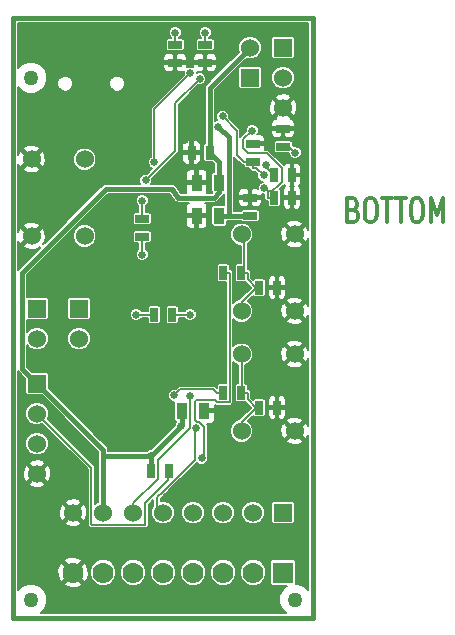
<source format=gbl>
G04 (created by PCBNEW-RS274X (2012-01-19 BZR 3256)-stable) date 9/17/2012 8:45:25 AM*
G01*
G70*
G90*
%MOIN*%
G04 Gerber Fmt 3.4, Leading zero omitted, Abs format*
%FSLAX34Y34*%
G04 APERTURE LIST*
%ADD10C,0.006000*%
%ADD11C,0.012000*%
%ADD12C,0.015000*%
%ADD13C,0.060000*%
%ADD14R,0.025000X0.045000*%
%ADD15R,0.045000X0.025000*%
%ADD16R,0.035000X0.055000*%
%ADD17R,0.060000X0.060000*%
%ADD18C,0.050000*%
%ADD19C,0.070000*%
%ADD20R,0.070000X0.070000*%
%ADD21C,0.025000*%
G04 APERTURE END LIST*
G54D10*
G54D11*
X71343Y-36405D02*
X71429Y-36443D01*
X71457Y-36481D01*
X71486Y-36557D01*
X71486Y-36671D01*
X71457Y-36748D01*
X71429Y-36786D01*
X71371Y-36824D01*
X71143Y-36824D01*
X71143Y-36024D01*
X71343Y-36024D01*
X71400Y-36062D01*
X71429Y-36100D01*
X71457Y-36176D01*
X71457Y-36252D01*
X71429Y-36329D01*
X71400Y-36367D01*
X71343Y-36405D01*
X71143Y-36405D01*
X71857Y-36024D02*
X71971Y-36024D01*
X72029Y-36062D01*
X72086Y-36138D01*
X72114Y-36290D01*
X72114Y-36557D01*
X72086Y-36710D01*
X72029Y-36786D01*
X71971Y-36824D01*
X71857Y-36824D01*
X71800Y-36786D01*
X71743Y-36710D01*
X71714Y-36557D01*
X71714Y-36290D01*
X71743Y-36138D01*
X71800Y-36062D01*
X71857Y-36024D01*
X72286Y-36024D02*
X72629Y-36024D01*
X72458Y-36824D02*
X72458Y-36024D01*
X72743Y-36024D02*
X73086Y-36024D01*
X72915Y-36824D02*
X72915Y-36024D01*
X73400Y-36024D02*
X73514Y-36024D01*
X73572Y-36062D01*
X73629Y-36138D01*
X73657Y-36290D01*
X73657Y-36557D01*
X73629Y-36710D01*
X73572Y-36786D01*
X73514Y-36824D01*
X73400Y-36824D01*
X73343Y-36786D01*
X73286Y-36710D01*
X73257Y-36557D01*
X73257Y-36290D01*
X73286Y-36138D01*
X73343Y-36062D01*
X73400Y-36024D01*
X73915Y-36824D02*
X73915Y-36024D01*
X74115Y-36595D01*
X74315Y-36024D01*
X74315Y-36824D01*
G54D12*
X60000Y-50000D02*
X70000Y-50000D01*
X60000Y-30000D02*
X60000Y-50000D01*
X70000Y-30000D02*
X60000Y-30000D01*
X70000Y-30000D02*
X70000Y-50000D01*
G54D13*
X67615Y-39780D03*
X67615Y-37220D03*
X69385Y-39780D03*
X69385Y-37220D03*
X62385Y-34720D03*
X62385Y-37280D03*
X60615Y-34720D03*
X60615Y-37280D03*
X67615Y-43780D03*
X67615Y-41220D03*
X69385Y-43780D03*
X69385Y-41220D03*
G54D14*
X65300Y-39900D03*
X64700Y-39900D03*
X67000Y-38500D03*
X67600Y-38500D03*
G54D15*
X66400Y-31500D03*
X66400Y-30900D03*
X65400Y-31500D03*
X65400Y-30900D03*
X64300Y-36700D03*
X64300Y-37300D03*
G54D14*
X64600Y-45100D03*
X65200Y-45100D03*
X67000Y-42500D03*
X67600Y-42500D03*
G54D15*
X69000Y-34300D03*
X69000Y-33700D03*
G54D16*
X65625Y-43100D03*
X66375Y-43100D03*
X66875Y-35500D03*
X66125Y-35500D03*
X66875Y-36600D03*
X66125Y-36600D03*
G54D13*
X63000Y-46500D03*
X64000Y-46500D03*
X62000Y-46500D03*
X65000Y-46500D03*
X66000Y-46500D03*
G54D17*
X69000Y-46500D03*
G54D13*
X68000Y-46500D03*
X67000Y-46500D03*
G54D17*
X69000Y-31000D03*
G54D13*
X69000Y-32000D03*
X69000Y-33000D03*
G54D17*
X62200Y-39700D03*
G54D13*
X62200Y-40700D03*
G54D17*
X60800Y-39700D03*
G54D13*
X60800Y-40700D03*
G54D17*
X67900Y-32000D03*
G54D13*
X67900Y-31000D03*
G54D14*
X68200Y-39000D03*
X68800Y-39000D03*
X68200Y-43000D03*
X68800Y-43000D03*
X66550Y-34500D03*
X65950Y-34500D03*
G54D15*
X67900Y-36600D03*
X67900Y-36000D03*
G54D14*
X68700Y-35250D03*
X69300Y-35250D03*
G54D15*
X68000Y-34800D03*
X68000Y-34200D03*
G54D14*
X68700Y-36000D03*
X69300Y-36000D03*
G54D13*
X60800Y-45200D03*
G54D17*
X60800Y-42200D03*
G54D13*
X60800Y-43200D03*
X60800Y-44200D03*
G54D18*
X60600Y-49400D03*
X60600Y-32000D03*
X69400Y-49400D03*
G54D19*
X63000Y-48500D03*
X64000Y-48500D03*
X62000Y-48500D03*
X65000Y-48500D03*
X66000Y-48500D03*
G54D20*
X69000Y-48500D03*
G54D19*
X68000Y-48500D03*
X67000Y-48500D03*
G54D21*
X66835Y-33631D03*
X65000Y-41000D03*
X65200Y-45950D03*
X63200Y-37000D03*
X66600Y-42100D03*
X62500Y-31500D03*
X62000Y-31000D03*
X64500Y-32000D03*
X62500Y-30500D03*
X63000Y-31000D03*
X65726Y-34095D03*
X64300Y-36100D03*
X64100Y-39900D03*
X65900Y-39900D03*
X66286Y-44687D03*
X69400Y-34500D03*
X68430Y-34897D03*
X65911Y-31852D03*
X64702Y-34819D03*
X68379Y-35679D03*
X67967Y-33764D03*
X65370Y-42591D03*
X65400Y-30500D03*
X66400Y-30500D03*
X64300Y-37900D03*
X64414Y-35425D03*
X66224Y-32041D03*
X66983Y-33290D03*
X68347Y-35255D03*
X65600Y-43600D03*
X64600Y-44600D03*
X66108Y-43690D03*
X65900Y-42612D03*
G54D12*
X66835Y-33631D02*
X67188Y-33984D01*
X67188Y-33984D02*
X67188Y-36600D01*
X67900Y-36600D02*
X67188Y-36600D01*
X66875Y-36600D02*
X67188Y-36600D01*
G54D10*
X64300Y-36700D02*
X64300Y-36100D01*
X64700Y-39900D02*
X64100Y-39900D01*
X65300Y-39900D02*
X65900Y-39900D01*
X66128Y-43469D02*
X66202Y-43469D01*
X66202Y-43469D02*
X66375Y-43642D01*
X66117Y-42731D02*
X66071Y-42777D01*
X66375Y-43642D02*
X66375Y-44598D01*
X67218Y-42804D02*
X67203Y-42819D01*
X66806Y-42819D02*
X66718Y-42731D01*
X67203Y-42819D02*
X66806Y-42819D01*
X67218Y-38500D02*
X67218Y-42804D01*
X66718Y-42731D02*
X66117Y-42731D01*
X67000Y-38500D02*
X67218Y-38500D01*
X66071Y-42777D02*
X66071Y-43412D01*
X66071Y-43412D02*
X66128Y-43469D01*
X66375Y-44598D02*
X66286Y-44687D01*
X69400Y-34500D02*
X69200Y-34300D01*
X69200Y-34300D02*
X69000Y-34300D01*
X64702Y-33061D02*
X64702Y-34819D01*
X65911Y-31852D02*
X64702Y-33061D01*
X68430Y-34980D02*
X68430Y-34897D01*
X68700Y-35250D02*
X68430Y-34980D01*
X67677Y-34040D02*
X67953Y-33764D01*
X68959Y-35017D02*
X68461Y-34519D01*
X68643Y-35782D02*
X68857Y-35568D01*
X68857Y-35568D02*
X68864Y-35568D01*
X68864Y-35568D02*
X68959Y-35473D01*
X68482Y-35782D02*
X68643Y-35782D01*
X67838Y-34519D02*
X67677Y-34358D01*
X68461Y-34519D02*
X67838Y-34519D01*
X67953Y-33764D02*
X67967Y-33764D01*
X68482Y-36000D02*
X68482Y-35782D01*
X68700Y-36000D02*
X68482Y-36000D01*
X67677Y-34358D02*
X67677Y-34040D01*
X68959Y-35473D02*
X68959Y-35017D01*
X68482Y-35782D02*
X68379Y-35679D01*
X66675Y-42393D02*
X65568Y-42393D01*
X66782Y-42500D02*
X66675Y-42393D01*
X65568Y-42393D02*
X65370Y-42591D01*
X67000Y-42500D02*
X66782Y-42500D01*
X65400Y-30500D02*
X65400Y-30900D01*
X66400Y-30900D02*
X66400Y-30500D01*
X64300Y-37300D02*
X64300Y-37900D01*
X67600Y-42500D02*
X67709Y-42500D01*
X68091Y-43000D02*
X67818Y-42727D01*
X67709Y-42500D02*
X67818Y-42500D01*
X67709Y-42500D02*
X67615Y-42406D01*
X67615Y-42406D02*
X67615Y-41220D01*
X67818Y-42727D02*
X67818Y-42500D01*
X68091Y-43000D02*
X67615Y-43476D01*
X67615Y-43476D02*
X67615Y-43780D01*
X68200Y-43000D02*
X68091Y-43000D01*
X67615Y-39476D02*
X67615Y-39780D01*
X67709Y-38500D02*
X67709Y-37314D01*
X67709Y-37314D02*
X67615Y-37220D01*
X67709Y-38500D02*
X67818Y-38500D01*
X67600Y-38500D02*
X67709Y-38500D01*
X68091Y-39000D02*
X67818Y-38727D01*
X67818Y-38727D02*
X67818Y-38500D01*
X68091Y-39000D02*
X67615Y-39476D01*
X68200Y-39000D02*
X68091Y-39000D01*
X65173Y-45127D02*
X65200Y-45100D01*
X64387Y-46896D02*
X62622Y-46896D01*
X64405Y-46186D02*
X64405Y-46878D01*
X62606Y-46880D02*
X62606Y-45006D01*
X64405Y-46878D02*
X64387Y-46896D01*
X62622Y-46896D02*
X62606Y-46880D01*
X65173Y-45418D02*
X65173Y-45127D01*
X60800Y-43200D02*
X62606Y-45006D01*
X65173Y-45418D02*
X64405Y-46186D01*
X64414Y-35425D02*
X65403Y-34436D01*
X65403Y-34436D02*
X65403Y-32862D01*
X65403Y-32862D02*
X66224Y-32041D01*
X67682Y-34800D02*
X67460Y-34578D01*
X68000Y-34800D02*
X67682Y-34800D01*
X68000Y-34800D02*
X68000Y-34909D01*
X67460Y-34578D02*
X67460Y-33767D01*
X67460Y-33767D02*
X66983Y-33290D01*
X68000Y-35018D02*
X68110Y-35018D01*
X68110Y-35018D02*
X68347Y-35255D01*
X68000Y-34909D02*
X68000Y-35018D01*
G54D12*
X65625Y-43100D02*
X65625Y-43575D01*
X66550Y-34500D02*
X66550Y-32350D01*
X63000Y-44400D02*
X60800Y-42200D01*
X66550Y-32350D02*
X67900Y-31000D01*
X63000Y-46500D02*
X63000Y-44600D01*
X65500Y-36000D02*
X65300Y-35700D01*
X65625Y-43575D02*
X65600Y-43600D01*
X66550Y-34500D02*
X66875Y-34825D01*
X64600Y-44600D02*
X63000Y-44600D01*
X63000Y-44600D02*
X63000Y-44400D01*
X63100Y-35700D02*
X60300Y-38500D01*
X66875Y-35825D02*
X66700Y-36000D01*
X64600Y-45100D02*
X64600Y-44600D01*
X64600Y-44600D02*
X65600Y-43600D01*
X60300Y-41700D02*
X60800Y-42200D01*
X60300Y-38500D02*
X60300Y-41700D01*
X65300Y-35700D02*
X63100Y-35700D01*
X66875Y-34825D02*
X66875Y-35500D01*
X66875Y-35500D02*
X66875Y-35825D01*
X66700Y-36000D02*
X65500Y-36000D01*
G54D10*
X64994Y-45800D02*
X64997Y-45797D01*
X64800Y-45994D02*
X64800Y-46300D01*
X66050Y-43748D02*
X66108Y-43690D01*
X65152Y-45641D02*
X66050Y-44743D01*
X64997Y-45797D02*
X64800Y-45994D01*
X64800Y-46300D02*
X65000Y-46500D01*
X65000Y-46500D02*
X64994Y-46494D01*
X66050Y-44743D02*
X66050Y-43748D01*
X65153Y-45641D02*
X65152Y-45641D01*
X64997Y-45797D02*
X65153Y-45641D01*
X65882Y-43609D02*
X65882Y-43674D01*
X65882Y-43674D02*
X64818Y-44738D01*
X65900Y-43591D02*
X65882Y-43609D01*
X64818Y-44738D02*
X64818Y-45364D01*
X64818Y-45364D02*
X64000Y-46182D01*
X64000Y-46182D02*
X64000Y-46500D01*
X65900Y-42612D02*
X65900Y-43591D01*
G36*
X69835Y-49085D02*
X69701Y-48951D01*
X69659Y-48933D01*
X69659Y-44117D01*
X69385Y-43844D01*
X69321Y-43907D01*
X69321Y-43780D01*
X69105Y-43563D01*
X69105Y-43261D01*
X69105Y-43189D01*
X69105Y-43090D01*
X69105Y-42910D01*
X69105Y-42811D01*
X69105Y-42739D01*
X69078Y-42673D01*
X69027Y-42622D01*
X68961Y-42595D01*
X68890Y-42595D01*
X68845Y-42640D01*
X68845Y-42955D01*
X69060Y-42955D01*
X69105Y-42910D01*
X69105Y-43090D01*
X69060Y-43045D01*
X68845Y-43045D01*
X68845Y-43360D01*
X68890Y-43405D01*
X68961Y-43405D01*
X69027Y-43378D01*
X69078Y-43327D01*
X69105Y-43261D01*
X69105Y-43563D01*
X69048Y-43506D01*
X68973Y-43536D01*
X68911Y-43713D01*
X68920Y-43900D01*
X68973Y-44024D01*
X69048Y-44054D01*
X69321Y-43780D01*
X69321Y-43907D01*
X69111Y-44117D01*
X69141Y-44192D01*
X69318Y-44254D01*
X69505Y-44245D01*
X69629Y-44192D01*
X69659Y-44117D01*
X69659Y-48933D01*
X69506Y-48870D01*
X69437Y-48870D01*
X69439Y-48867D01*
X69439Y-48832D01*
X69439Y-48132D01*
X69425Y-48099D01*
X69400Y-48074D01*
X69389Y-48069D01*
X69389Y-46817D01*
X69389Y-46782D01*
X69389Y-46182D01*
X69375Y-46149D01*
X69350Y-46124D01*
X69317Y-46111D01*
X69282Y-46111D01*
X68755Y-46111D01*
X68755Y-43360D01*
X68755Y-43045D01*
X68755Y-42955D01*
X68755Y-42640D01*
X68755Y-39360D01*
X68755Y-39045D01*
X68755Y-38955D01*
X68755Y-38640D01*
X68710Y-38595D01*
X68639Y-38595D01*
X68573Y-38622D01*
X68522Y-38673D01*
X68495Y-38739D01*
X68495Y-38811D01*
X68495Y-38910D01*
X68540Y-38955D01*
X68755Y-38955D01*
X68755Y-39045D01*
X68540Y-39045D01*
X68495Y-39090D01*
X68495Y-39189D01*
X68495Y-39261D01*
X68522Y-39327D01*
X68573Y-39378D01*
X68639Y-39405D01*
X68710Y-39405D01*
X68755Y-39360D01*
X68755Y-42640D01*
X68710Y-42595D01*
X68639Y-42595D01*
X68573Y-42622D01*
X68522Y-42673D01*
X68495Y-42739D01*
X68495Y-42811D01*
X68495Y-42910D01*
X68540Y-42955D01*
X68755Y-42955D01*
X68755Y-43045D01*
X68540Y-43045D01*
X68495Y-43090D01*
X68495Y-43189D01*
X68495Y-43261D01*
X68522Y-43327D01*
X68573Y-43378D01*
X68639Y-43405D01*
X68710Y-43405D01*
X68755Y-43360D01*
X68755Y-46111D01*
X68682Y-46111D01*
X68649Y-46125D01*
X68624Y-46150D01*
X68611Y-46183D01*
X68611Y-46218D01*
X68611Y-46818D01*
X68625Y-46851D01*
X68650Y-46876D01*
X68683Y-46889D01*
X68718Y-46889D01*
X69318Y-46889D01*
X69351Y-46875D01*
X69376Y-46850D01*
X69389Y-46817D01*
X69389Y-48069D01*
X69367Y-48061D01*
X69332Y-48061D01*
X68632Y-48061D01*
X68599Y-48075D01*
X68574Y-48100D01*
X68561Y-48133D01*
X68561Y-48168D01*
X68561Y-48868D01*
X68575Y-48901D01*
X68600Y-48926D01*
X68633Y-48939D01*
X68668Y-48939D01*
X69128Y-48939D01*
X69100Y-48951D01*
X68951Y-49099D01*
X68870Y-49294D01*
X68870Y-49505D01*
X68951Y-49700D01*
X69085Y-49835D01*
X68439Y-49835D01*
X68439Y-48588D01*
X68439Y-48413D01*
X68389Y-48292D01*
X68389Y-46578D01*
X68389Y-46423D01*
X68330Y-46280D01*
X68221Y-46170D01*
X68078Y-46111D01*
X67923Y-46111D01*
X67780Y-46170D01*
X67670Y-46279D01*
X67611Y-46422D01*
X67611Y-46577D01*
X67670Y-46720D01*
X67779Y-46830D01*
X67922Y-46889D01*
X68077Y-46889D01*
X68220Y-46830D01*
X68330Y-46721D01*
X68389Y-46578D01*
X68389Y-48292D01*
X68372Y-48252D01*
X68249Y-48128D01*
X68088Y-48061D01*
X67913Y-48061D01*
X67752Y-48128D01*
X67628Y-48251D01*
X67561Y-48412D01*
X67561Y-48587D01*
X67628Y-48748D01*
X67751Y-48872D01*
X67912Y-48939D01*
X68087Y-48939D01*
X68248Y-48872D01*
X68372Y-48749D01*
X68439Y-48588D01*
X68439Y-49835D01*
X67439Y-49835D01*
X67439Y-48588D01*
X67439Y-48413D01*
X67389Y-48292D01*
X67389Y-46578D01*
X67389Y-46423D01*
X67330Y-46280D01*
X67221Y-46170D01*
X67078Y-46111D01*
X66923Y-46111D01*
X66780Y-46170D01*
X66730Y-46219D01*
X66670Y-46279D01*
X66611Y-46422D01*
X66611Y-46577D01*
X66670Y-46720D01*
X66779Y-46830D01*
X66922Y-46889D01*
X67077Y-46889D01*
X67220Y-46830D01*
X67330Y-46721D01*
X67389Y-46578D01*
X67389Y-48292D01*
X67372Y-48252D01*
X67249Y-48128D01*
X67088Y-48061D01*
X66913Y-48061D01*
X66752Y-48128D01*
X66628Y-48251D01*
X66561Y-48412D01*
X66561Y-48587D01*
X66628Y-48748D01*
X66751Y-48872D01*
X66912Y-48939D01*
X67087Y-48939D01*
X67248Y-48872D01*
X67372Y-48749D01*
X67439Y-48588D01*
X67439Y-49835D01*
X66439Y-49835D01*
X66439Y-48588D01*
X66439Y-48413D01*
X66389Y-48292D01*
X66389Y-46578D01*
X66389Y-46423D01*
X66330Y-46280D01*
X66221Y-46170D01*
X66078Y-46111D01*
X65923Y-46111D01*
X65780Y-46170D01*
X65670Y-46279D01*
X65611Y-46422D01*
X65611Y-46577D01*
X65670Y-46720D01*
X65779Y-46830D01*
X65922Y-46889D01*
X66077Y-46889D01*
X66220Y-46830D01*
X66330Y-46721D01*
X66389Y-46578D01*
X66389Y-48292D01*
X66372Y-48252D01*
X66249Y-48128D01*
X66088Y-48061D01*
X65913Y-48061D01*
X65752Y-48128D01*
X65628Y-48251D01*
X65561Y-48412D01*
X65561Y-48587D01*
X65628Y-48748D01*
X65751Y-48872D01*
X65912Y-48939D01*
X66087Y-48939D01*
X66248Y-48872D01*
X66372Y-48749D01*
X66439Y-48588D01*
X66439Y-49835D01*
X65439Y-49835D01*
X65439Y-48588D01*
X65439Y-48413D01*
X65372Y-48252D01*
X65249Y-48128D01*
X65088Y-48061D01*
X64913Y-48061D01*
X64752Y-48128D01*
X64628Y-48251D01*
X64561Y-48412D01*
X64561Y-48587D01*
X64628Y-48748D01*
X64751Y-48872D01*
X64912Y-48939D01*
X65087Y-48939D01*
X65248Y-48872D01*
X65372Y-48749D01*
X65439Y-48588D01*
X65439Y-49835D01*
X64439Y-49835D01*
X64439Y-48588D01*
X64439Y-48413D01*
X64372Y-48252D01*
X64249Y-48128D01*
X64088Y-48061D01*
X63913Y-48061D01*
X63752Y-48128D01*
X63628Y-48251D01*
X63561Y-48412D01*
X63561Y-48587D01*
X63628Y-48748D01*
X63751Y-48872D01*
X63912Y-48939D01*
X64087Y-48939D01*
X64248Y-48872D01*
X64372Y-48749D01*
X64439Y-48588D01*
X64439Y-49835D01*
X63439Y-49835D01*
X63439Y-48588D01*
X63439Y-48413D01*
X63372Y-48252D01*
X63249Y-48128D01*
X63088Y-48061D01*
X62913Y-48061D01*
X62752Y-48128D01*
X62628Y-48251D01*
X62561Y-48412D01*
X62561Y-48587D01*
X62628Y-48748D01*
X62751Y-48872D01*
X62912Y-48939D01*
X63087Y-48939D01*
X63248Y-48872D01*
X63372Y-48749D01*
X63439Y-48588D01*
X63439Y-49835D01*
X62523Y-49835D01*
X62523Y-48579D01*
X62513Y-48373D01*
X62474Y-48277D01*
X62474Y-46567D01*
X62465Y-46380D01*
X62412Y-46256D01*
X62337Y-46226D01*
X62274Y-46289D01*
X62274Y-46163D01*
X62244Y-46088D01*
X62067Y-46026D01*
X61880Y-46035D01*
X61756Y-46088D01*
X61726Y-46163D01*
X62000Y-46436D01*
X62274Y-46163D01*
X62274Y-46289D01*
X62064Y-46500D01*
X62337Y-46774D01*
X62412Y-46744D01*
X62474Y-46567D01*
X62474Y-48277D01*
X62453Y-48226D01*
X62373Y-48191D01*
X62309Y-48255D01*
X62309Y-48127D01*
X62274Y-48047D01*
X62274Y-46837D01*
X62000Y-46564D01*
X61936Y-46627D01*
X61936Y-46500D01*
X61663Y-46226D01*
X61588Y-46256D01*
X61526Y-46433D01*
X61535Y-46620D01*
X61588Y-46744D01*
X61663Y-46774D01*
X61936Y-46500D01*
X61936Y-46627D01*
X61726Y-46837D01*
X61756Y-46912D01*
X61933Y-46974D01*
X62120Y-46965D01*
X62244Y-46912D01*
X62274Y-46837D01*
X62274Y-48047D01*
X62079Y-47977D01*
X61873Y-47987D01*
X61726Y-48047D01*
X61691Y-48127D01*
X62000Y-48436D01*
X62309Y-48127D01*
X62309Y-48255D01*
X62064Y-48500D01*
X62373Y-48809D01*
X62453Y-48774D01*
X62523Y-48579D01*
X62523Y-49835D01*
X62309Y-49835D01*
X62309Y-48873D01*
X62000Y-48564D01*
X61936Y-48628D01*
X61936Y-48500D01*
X61627Y-48191D01*
X61547Y-48226D01*
X61477Y-48421D01*
X61487Y-48627D01*
X61547Y-48774D01*
X61627Y-48809D01*
X61936Y-48500D01*
X61936Y-48628D01*
X61691Y-48873D01*
X61726Y-48953D01*
X61921Y-49023D01*
X62127Y-49013D01*
X62274Y-48953D01*
X62309Y-48873D01*
X62309Y-49835D01*
X61274Y-49835D01*
X61274Y-45267D01*
X61265Y-45080D01*
X61212Y-44956D01*
X61189Y-44946D01*
X61189Y-44278D01*
X61189Y-44123D01*
X61130Y-43980D01*
X61021Y-43870D01*
X60878Y-43811D01*
X60723Y-43811D01*
X60580Y-43870D01*
X60470Y-43979D01*
X60411Y-44122D01*
X60411Y-44277D01*
X60470Y-44420D01*
X60579Y-44530D01*
X60722Y-44589D01*
X60877Y-44589D01*
X61020Y-44530D01*
X61130Y-44421D01*
X61189Y-44278D01*
X61189Y-44946D01*
X61137Y-44926D01*
X61074Y-44989D01*
X61074Y-44863D01*
X61044Y-44788D01*
X60867Y-44726D01*
X60680Y-44735D01*
X60556Y-44788D01*
X60526Y-44863D01*
X60800Y-45136D01*
X61074Y-44863D01*
X61074Y-44989D01*
X60864Y-45200D01*
X61137Y-45474D01*
X61212Y-45444D01*
X61274Y-45267D01*
X61274Y-49835D01*
X60914Y-49835D01*
X61049Y-49701D01*
X61130Y-49506D01*
X61130Y-49295D01*
X61074Y-49160D01*
X61074Y-45537D01*
X60800Y-45264D01*
X60736Y-45327D01*
X60736Y-45200D01*
X60463Y-44926D01*
X60388Y-44956D01*
X60326Y-45133D01*
X60335Y-45320D01*
X60388Y-45444D01*
X60463Y-45474D01*
X60736Y-45200D01*
X60736Y-45327D01*
X60526Y-45537D01*
X60556Y-45612D01*
X60733Y-45674D01*
X60920Y-45665D01*
X61044Y-45612D01*
X61074Y-45537D01*
X61074Y-49160D01*
X61049Y-49100D01*
X60901Y-48951D01*
X60706Y-48870D01*
X60495Y-48870D01*
X60300Y-48951D01*
X60165Y-49085D01*
X60165Y-41789D01*
X60183Y-41817D01*
X60411Y-42045D01*
X60411Y-42518D01*
X60425Y-42551D01*
X60450Y-42576D01*
X60483Y-42589D01*
X60518Y-42589D01*
X60955Y-42589D01*
X62835Y-44468D01*
X62835Y-44600D01*
X62835Y-46147D01*
X62780Y-46170D01*
X62726Y-46223D01*
X62726Y-45006D01*
X62717Y-44960D01*
X62691Y-44921D01*
X61147Y-43377D01*
X61189Y-43278D01*
X61189Y-43123D01*
X61130Y-42980D01*
X61021Y-42870D01*
X60878Y-42811D01*
X60723Y-42811D01*
X60580Y-42870D01*
X60470Y-42979D01*
X60411Y-43122D01*
X60411Y-43277D01*
X60470Y-43420D01*
X60579Y-43530D01*
X60722Y-43589D01*
X60877Y-43589D01*
X60977Y-43547D01*
X62486Y-45056D01*
X62486Y-46880D01*
X62495Y-46926D01*
X62521Y-46965D01*
X62535Y-46978D01*
X62537Y-46981D01*
X62576Y-47007D01*
X62622Y-47016D01*
X64387Y-47016D01*
X64433Y-47007D01*
X64472Y-46981D01*
X64490Y-46963D01*
X64516Y-46924D01*
X64525Y-46878D01*
X64525Y-46236D01*
X64680Y-46081D01*
X64680Y-46269D01*
X64670Y-46279D01*
X64611Y-46422D01*
X64611Y-46577D01*
X64670Y-46720D01*
X64779Y-46830D01*
X64922Y-46889D01*
X65077Y-46889D01*
X65220Y-46830D01*
X65330Y-46721D01*
X65389Y-46578D01*
X65389Y-46423D01*
X65330Y-46280D01*
X65221Y-46170D01*
X65078Y-46111D01*
X64923Y-46111D01*
X64920Y-46112D01*
X64920Y-46043D01*
X65076Y-45886D01*
X65079Y-45885D01*
X65081Y-45882D01*
X65082Y-45882D01*
X65235Y-45727D01*
X65237Y-45726D01*
X65238Y-45726D01*
X65240Y-45723D01*
X66129Y-44834D01*
X66164Y-44869D01*
X66243Y-44902D01*
X66329Y-44902D01*
X66408Y-44869D01*
X66468Y-44809D01*
X66501Y-44730D01*
X66501Y-44644D01*
X66490Y-44619D01*
X66493Y-44608D01*
X66495Y-44599D01*
X66494Y-44598D01*
X66495Y-44598D01*
X66495Y-43642D01*
X66486Y-43596D01*
X66460Y-43557D01*
X66457Y-43555D01*
X66450Y-43547D01*
X66450Y-43540D01*
X66465Y-43555D01*
X66586Y-43555D01*
X66652Y-43528D01*
X66703Y-43477D01*
X66730Y-43411D01*
X66730Y-43339D01*
X66730Y-43190D01*
X66685Y-43145D01*
X66450Y-43145D01*
X66420Y-43145D01*
X66330Y-43145D01*
X66330Y-43055D01*
X66420Y-43055D01*
X66450Y-43055D01*
X66685Y-43055D01*
X66730Y-43010D01*
X66730Y-42910D01*
X66760Y-42930D01*
X66806Y-42939D01*
X67203Y-42939D01*
X67249Y-42930D01*
X67288Y-42904D01*
X67303Y-42889D01*
X67329Y-42850D01*
X67338Y-42804D01*
X67338Y-41493D01*
X67394Y-41550D01*
X67495Y-41591D01*
X67495Y-42186D01*
X67457Y-42186D01*
X67424Y-42200D01*
X67399Y-42225D01*
X67386Y-42258D01*
X67386Y-42293D01*
X67386Y-42743D01*
X67400Y-42776D01*
X67425Y-42801D01*
X67458Y-42814D01*
X67493Y-42814D01*
X67735Y-42814D01*
X67921Y-43000D01*
X67530Y-43391D01*
X67526Y-43395D01*
X67395Y-43450D01*
X67285Y-43559D01*
X67226Y-43702D01*
X67226Y-43857D01*
X67285Y-44000D01*
X67394Y-44110D01*
X67537Y-44169D01*
X67692Y-44169D01*
X67835Y-44110D01*
X67945Y-44001D01*
X68004Y-43858D01*
X68004Y-43703D01*
X67945Y-43560D01*
X67836Y-43450D01*
X67818Y-43442D01*
X67995Y-43265D01*
X68000Y-43276D01*
X68025Y-43301D01*
X68058Y-43314D01*
X68093Y-43314D01*
X68343Y-43314D01*
X68376Y-43300D01*
X68401Y-43275D01*
X68414Y-43242D01*
X68414Y-43207D01*
X68414Y-42757D01*
X68400Y-42724D01*
X68375Y-42699D01*
X68342Y-42686D01*
X68307Y-42686D01*
X68057Y-42686D01*
X68024Y-42700D01*
X67999Y-42725D01*
X67995Y-42734D01*
X67938Y-42677D01*
X67938Y-42500D01*
X67929Y-42454D01*
X67903Y-42415D01*
X67864Y-42389D01*
X67818Y-42380D01*
X67814Y-42380D01*
X67814Y-42257D01*
X67800Y-42224D01*
X67775Y-42199D01*
X67742Y-42186D01*
X67735Y-42186D01*
X67735Y-41591D01*
X67835Y-41550D01*
X67945Y-41441D01*
X68004Y-41298D01*
X68004Y-41143D01*
X67945Y-41000D01*
X67836Y-40890D01*
X67693Y-40831D01*
X67538Y-40831D01*
X67395Y-40890D01*
X67338Y-40946D01*
X67338Y-40053D01*
X67394Y-40110D01*
X67537Y-40169D01*
X67692Y-40169D01*
X67835Y-40110D01*
X67945Y-40001D01*
X68004Y-39858D01*
X68004Y-39703D01*
X67945Y-39560D01*
X67836Y-39450D01*
X67818Y-39442D01*
X67995Y-39265D01*
X68000Y-39276D01*
X68025Y-39301D01*
X68058Y-39314D01*
X68093Y-39314D01*
X68343Y-39314D01*
X68376Y-39300D01*
X68401Y-39275D01*
X68414Y-39242D01*
X68414Y-39207D01*
X68414Y-38757D01*
X68400Y-38724D01*
X68375Y-38699D01*
X68342Y-38686D01*
X68307Y-38686D01*
X68305Y-38686D01*
X68305Y-36161D01*
X68305Y-36090D01*
X68260Y-36045D01*
X67945Y-36045D01*
X67945Y-36260D01*
X67990Y-36305D01*
X68089Y-36305D01*
X68161Y-36305D01*
X68227Y-36278D01*
X68278Y-36227D01*
X68305Y-36161D01*
X68305Y-38686D01*
X68057Y-38686D01*
X68024Y-38700D01*
X67999Y-38725D01*
X67995Y-38734D01*
X67938Y-38677D01*
X67938Y-38500D01*
X67929Y-38454D01*
X67903Y-38415D01*
X67864Y-38389D01*
X67829Y-38382D01*
X67829Y-37552D01*
X67835Y-37550D01*
X67945Y-37441D01*
X68004Y-37298D01*
X68004Y-37143D01*
X67945Y-37000D01*
X67836Y-36890D01*
X67693Y-36831D01*
X67538Y-36831D01*
X67395Y-36890D01*
X67285Y-36999D01*
X67226Y-37142D01*
X67226Y-37297D01*
X67285Y-37440D01*
X67394Y-37550D01*
X67537Y-37609D01*
X67589Y-37609D01*
X67589Y-38186D01*
X67457Y-38186D01*
X67424Y-38200D01*
X67399Y-38225D01*
X67386Y-38258D01*
X67386Y-38293D01*
X67386Y-38743D01*
X67400Y-38776D01*
X67425Y-38801D01*
X67458Y-38814D01*
X67493Y-38814D01*
X67735Y-38814D01*
X67921Y-39000D01*
X67530Y-39391D01*
X67526Y-39395D01*
X67395Y-39450D01*
X67338Y-39506D01*
X67338Y-38500D01*
X67329Y-38454D01*
X67303Y-38415D01*
X67264Y-38389D01*
X67218Y-38380D01*
X67214Y-38380D01*
X67214Y-38257D01*
X67200Y-38224D01*
X67175Y-38199D01*
X67142Y-38186D01*
X67107Y-38186D01*
X66857Y-38186D01*
X66824Y-38200D01*
X66799Y-38225D01*
X66786Y-38258D01*
X66786Y-38293D01*
X66786Y-38743D01*
X66800Y-38776D01*
X66825Y-38801D01*
X66858Y-38814D01*
X66893Y-38814D01*
X67098Y-38814D01*
X67098Y-42186D01*
X66857Y-42186D01*
X66824Y-42200D01*
X66799Y-42225D01*
X66786Y-42258D01*
X66786Y-42293D01*
X66786Y-42334D01*
X66760Y-42308D01*
X66721Y-42282D01*
X66675Y-42273D01*
X66480Y-42273D01*
X66480Y-36911D01*
X66480Y-36839D01*
X66480Y-36690D01*
X66435Y-36645D01*
X66170Y-36645D01*
X66170Y-37010D01*
X66215Y-37055D01*
X66336Y-37055D01*
X66402Y-37028D01*
X66453Y-36977D01*
X66480Y-36911D01*
X66480Y-42273D01*
X66115Y-42273D01*
X66115Y-39943D01*
X66115Y-39857D01*
X66082Y-39778D01*
X66080Y-39776D01*
X66080Y-37010D01*
X66080Y-36645D01*
X65815Y-36645D01*
X65770Y-36690D01*
X65770Y-36839D01*
X65770Y-36911D01*
X65797Y-36977D01*
X65848Y-37028D01*
X65914Y-37055D01*
X66035Y-37055D01*
X66080Y-37010D01*
X66080Y-39776D01*
X66022Y-39718D01*
X65943Y-39685D01*
X65857Y-39685D01*
X65778Y-39718D01*
X65718Y-39778D01*
X65717Y-39780D01*
X65514Y-39780D01*
X65514Y-39657D01*
X65500Y-39624D01*
X65475Y-39599D01*
X65442Y-39586D01*
X65407Y-39586D01*
X65157Y-39586D01*
X65124Y-39600D01*
X65099Y-39625D01*
X65086Y-39658D01*
X65086Y-39693D01*
X65086Y-40143D01*
X65100Y-40176D01*
X65125Y-40201D01*
X65158Y-40214D01*
X65193Y-40214D01*
X65443Y-40214D01*
X65476Y-40200D01*
X65501Y-40175D01*
X65514Y-40142D01*
X65514Y-40107D01*
X65514Y-40020D01*
X65717Y-40020D01*
X65718Y-40022D01*
X65778Y-40082D01*
X65857Y-40115D01*
X65943Y-40115D01*
X66022Y-40082D01*
X66082Y-40022D01*
X66115Y-39943D01*
X66115Y-42273D01*
X65568Y-42273D01*
X65522Y-42282D01*
X65483Y-42308D01*
X65414Y-42376D01*
X65413Y-42376D01*
X65327Y-42376D01*
X65248Y-42409D01*
X65188Y-42469D01*
X65155Y-42548D01*
X65155Y-42634D01*
X65188Y-42713D01*
X65248Y-42773D01*
X65327Y-42806D01*
X65361Y-42806D01*
X65361Y-42808D01*
X65361Y-42843D01*
X65361Y-43393D01*
X65375Y-43426D01*
X65400Y-43451D01*
X65432Y-43463D01*
X65418Y-43478D01*
X65385Y-43557D01*
X65385Y-43581D01*
X64914Y-44052D01*
X64914Y-40142D01*
X64914Y-40107D01*
X64914Y-39657D01*
X64900Y-39624D01*
X64875Y-39599D01*
X64842Y-39586D01*
X64807Y-39586D01*
X64614Y-39586D01*
X64614Y-37442D01*
X64614Y-37407D01*
X64614Y-37157D01*
X64614Y-36842D01*
X64614Y-36807D01*
X64614Y-36557D01*
X64600Y-36524D01*
X64575Y-36499D01*
X64542Y-36486D01*
X64507Y-36486D01*
X64420Y-36486D01*
X64420Y-36282D01*
X64422Y-36282D01*
X64482Y-36222D01*
X64515Y-36143D01*
X64515Y-36057D01*
X64482Y-35978D01*
X64422Y-35918D01*
X64343Y-35885D01*
X64257Y-35885D01*
X64178Y-35918D01*
X64118Y-35978D01*
X64085Y-36057D01*
X64085Y-36143D01*
X64118Y-36222D01*
X64178Y-36282D01*
X64180Y-36282D01*
X64180Y-36486D01*
X64057Y-36486D01*
X64024Y-36500D01*
X63999Y-36525D01*
X63986Y-36558D01*
X63986Y-36593D01*
X63986Y-36843D01*
X64000Y-36876D01*
X64025Y-36901D01*
X64058Y-36914D01*
X64093Y-36914D01*
X64543Y-36914D01*
X64576Y-36900D01*
X64601Y-36875D01*
X64614Y-36842D01*
X64614Y-37157D01*
X64600Y-37124D01*
X64575Y-37099D01*
X64542Y-37086D01*
X64507Y-37086D01*
X64057Y-37086D01*
X64024Y-37100D01*
X63999Y-37125D01*
X63986Y-37158D01*
X63986Y-37193D01*
X63986Y-37443D01*
X64000Y-37476D01*
X64025Y-37501D01*
X64058Y-37514D01*
X64093Y-37514D01*
X64180Y-37514D01*
X64180Y-37717D01*
X64178Y-37718D01*
X64118Y-37778D01*
X64085Y-37857D01*
X64085Y-37943D01*
X64118Y-38022D01*
X64178Y-38082D01*
X64257Y-38115D01*
X64343Y-38115D01*
X64422Y-38082D01*
X64482Y-38022D01*
X64515Y-37943D01*
X64515Y-37857D01*
X64482Y-37778D01*
X64422Y-37718D01*
X64420Y-37717D01*
X64420Y-37514D01*
X64543Y-37514D01*
X64576Y-37500D01*
X64601Y-37475D01*
X64614Y-37442D01*
X64614Y-39586D01*
X64557Y-39586D01*
X64524Y-39600D01*
X64499Y-39625D01*
X64486Y-39658D01*
X64486Y-39693D01*
X64486Y-39780D01*
X64282Y-39780D01*
X64282Y-39778D01*
X64222Y-39718D01*
X64143Y-39685D01*
X64057Y-39685D01*
X63978Y-39718D01*
X63918Y-39778D01*
X63885Y-39857D01*
X63885Y-39943D01*
X63918Y-40022D01*
X63978Y-40082D01*
X64057Y-40115D01*
X64143Y-40115D01*
X64222Y-40082D01*
X64282Y-40022D01*
X64282Y-40020D01*
X64486Y-40020D01*
X64486Y-40143D01*
X64500Y-40176D01*
X64525Y-40201D01*
X64558Y-40214D01*
X64593Y-40214D01*
X64843Y-40214D01*
X64876Y-40200D01*
X64901Y-40175D01*
X64914Y-40142D01*
X64914Y-44052D01*
X64581Y-44385D01*
X64557Y-44385D01*
X64478Y-44418D01*
X64461Y-44435D01*
X63165Y-44435D01*
X63165Y-44400D01*
X63152Y-44337D01*
X63117Y-44283D01*
X63114Y-44281D01*
X62774Y-43940D01*
X62774Y-37358D01*
X62774Y-37203D01*
X62715Y-37060D01*
X62606Y-36950D01*
X62463Y-36891D01*
X62308Y-36891D01*
X62165Y-36950D01*
X62055Y-37059D01*
X61996Y-37202D01*
X61996Y-37357D01*
X62055Y-37500D01*
X62164Y-37610D01*
X62307Y-37669D01*
X62462Y-37669D01*
X62605Y-37610D01*
X62715Y-37501D01*
X62774Y-37358D01*
X62774Y-43940D01*
X62589Y-43755D01*
X62589Y-40778D01*
X62589Y-40623D01*
X62589Y-40017D01*
X62589Y-39982D01*
X62589Y-39382D01*
X62575Y-39349D01*
X62550Y-39324D01*
X62517Y-39311D01*
X62482Y-39311D01*
X61882Y-39311D01*
X61849Y-39325D01*
X61824Y-39350D01*
X61811Y-39383D01*
X61811Y-39418D01*
X61811Y-40018D01*
X61825Y-40051D01*
X61850Y-40076D01*
X61883Y-40089D01*
X61918Y-40089D01*
X62518Y-40089D01*
X62551Y-40075D01*
X62576Y-40050D01*
X62589Y-40017D01*
X62589Y-40623D01*
X62530Y-40480D01*
X62421Y-40370D01*
X62278Y-40311D01*
X62123Y-40311D01*
X61980Y-40370D01*
X61870Y-40479D01*
X61811Y-40622D01*
X61811Y-40777D01*
X61870Y-40920D01*
X61979Y-41030D01*
X62122Y-41089D01*
X62277Y-41089D01*
X62420Y-41030D01*
X62530Y-40921D01*
X62589Y-40778D01*
X62589Y-43755D01*
X61189Y-42355D01*
X61189Y-41882D01*
X61175Y-41849D01*
X61150Y-41824D01*
X61117Y-41811D01*
X61082Y-41811D01*
X60645Y-41811D01*
X60465Y-41631D01*
X60465Y-40907D01*
X60470Y-40920D01*
X60579Y-41030D01*
X60722Y-41089D01*
X60877Y-41089D01*
X61020Y-41030D01*
X61130Y-40921D01*
X61189Y-40778D01*
X61189Y-40623D01*
X61130Y-40480D01*
X61021Y-40370D01*
X60878Y-40311D01*
X60723Y-40311D01*
X60580Y-40370D01*
X60470Y-40479D01*
X60465Y-40491D01*
X60465Y-40081D01*
X60483Y-40089D01*
X60518Y-40089D01*
X61118Y-40089D01*
X61151Y-40075D01*
X61176Y-40050D01*
X61189Y-40017D01*
X61189Y-39982D01*
X61189Y-39382D01*
X61175Y-39349D01*
X61150Y-39324D01*
X61117Y-39311D01*
X61082Y-39311D01*
X60482Y-39311D01*
X60465Y-39318D01*
X60465Y-38568D01*
X63168Y-35865D01*
X65211Y-35865D01*
X65362Y-36091D01*
X65373Y-36102D01*
X65383Y-36117D01*
X65399Y-36127D01*
X65408Y-36136D01*
X65421Y-36141D01*
X65437Y-36152D01*
X65450Y-36154D01*
X65467Y-36162D01*
X65484Y-36161D01*
X65500Y-36165D01*
X65865Y-36165D01*
X65848Y-36172D01*
X65797Y-36223D01*
X65770Y-36289D01*
X65770Y-36361D01*
X65770Y-36510D01*
X65815Y-36555D01*
X66050Y-36555D01*
X66080Y-36555D01*
X66170Y-36555D01*
X66200Y-36555D01*
X66435Y-36555D01*
X66480Y-36510D01*
X66480Y-36361D01*
X66480Y-36289D01*
X66453Y-36223D01*
X66402Y-36172D01*
X66384Y-36165D01*
X66700Y-36165D01*
X66763Y-36152D01*
X66817Y-36117D01*
X66989Y-35943D01*
X66991Y-35942D01*
X66992Y-35942D01*
X67023Y-35894D01*
X67023Y-36236D01*
X66682Y-36236D01*
X66649Y-36250D01*
X66624Y-36275D01*
X66611Y-36308D01*
X66611Y-36343D01*
X66611Y-36893D01*
X66625Y-36926D01*
X66650Y-36951D01*
X66683Y-36964D01*
X66718Y-36964D01*
X67068Y-36964D01*
X67101Y-36950D01*
X67126Y-36925D01*
X67139Y-36892D01*
X67139Y-36857D01*
X67139Y-36765D01*
X67188Y-36765D01*
X67595Y-36765D01*
X67600Y-36776D01*
X67625Y-36801D01*
X67658Y-36814D01*
X67693Y-36814D01*
X68143Y-36814D01*
X68176Y-36800D01*
X68201Y-36775D01*
X68214Y-36742D01*
X68214Y-36707D01*
X68214Y-36457D01*
X68200Y-36424D01*
X68175Y-36399D01*
X68142Y-36386D01*
X68107Y-36386D01*
X67855Y-36386D01*
X67855Y-36260D01*
X67855Y-36045D01*
X67855Y-35955D01*
X67855Y-35740D01*
X67810Y-35695D01*
X67711Y-35695D01*
X67639Y-35695D01*
X67573Y-35722D01*
X67522Y-35773D01*
X67495Y-35839D01*
X67495Y-35910D01*
X67540Y-35955D01*
X67855Y-35955D01*
X67855Y-36045D01*
X67540Y-36045D01*
X67495Y-36090D01*
X67495Y-36161D01*
X67522Y-36227D01*
X67573Y-36278D01*
X67639Y-36305D01*
X67711Y-36305D01*
X67810Y-36305D01*
X67855Y-36260D01*
X67855Y-36386D01*
X67657Y-36386D01*
X67624Y-36400D01*
X67599Y-36425D01*
X67595Y-36435D01*
X67353Y-36435D01*
X67353Y-34630D01*
X67375Y-34663D01*
X67596Y-34884D01*
X67597Y-34885D01*
X67635Y-34910D01*
X67636Y-34911D01*
X67672Y-34918D01*
X67681Y-34920D01*
X67681Y-34919D01*
X67682Y-34920D01*
X67686Y-34920D01*
X67686Y-34943D01*
X67700Y-34976D01*
X67725Y-35001D01*
X67758Y-35014D01*
X67793Y-35014D01*
X67880Y-35014D01*
X67880Y-35018D01*
X67889Y-35064D01*
X67915Y-35103D01*
X67954Y-35129D01*
X68000Y-35138D01*
X68060Y-35138D01*
X68132Y-35210D01*
X68132Y-35212D01*
X68132Y-35298D01*
X68165Y-35377D01*
X68225Y-35437D01*
X68304Y-35470D01*
X68321Y-35470D01*
X68257Y-35497D01*
X68197Y-35557D01*
X68164Y-35636D01*
X68164Y-35696D01*
X68161Y-35695D01*
X68089Y-35695D01*
X67990Y-35695D01*
X67945Y-35740D01*
X67945Y-35955D01*
X68260Y-35955D01*
X68305Y-35910D01*
X68305Y-35881D01*
X68336Y-35894D01*
X68362Y-35894D01*
X68362Y-36000D01*
X68371Y-36046D01*
X68397Y-36085D01*
X68436Y-36111D01*
X68482Y-36120D01*
X68486Y-36120D01*
X68486Y-36243D01*
X68500Y-36276D01*
X68525Y-36301D01*
X68558Y-36314D01*
X68593Y-36314D01*
X68843Y-36314D01*
X68876Y-36300D01*
X68901Y-36275D01*
X68914Y-36242D01*
X68914Y-36207D01*
X68914Y-35757D01*
X68900Y-35724D01*
X68885Y-35709D01*
X68925Y-35668D01*
X68949Y-35653D01*
X69023Y-35578D01*
X69070Y-35625D01*
X69022Y-35673D01*
X68995Y-35739D01*
X68995Y-35811D01*
X68995Y-35910D01*
X69040Y-35955D01*
X69255Y-35955D01*
X69255Y-35640D01*
X69240Y-35625D01*
X69255Y-35610D01*
X69255Y-35325D01*
X69255Y-35295D01*
X69255Y-35205D01*
X69255Y-35175D01*
X69255Y-34890D01*
X69210Y-34845D01*
X69139Y-34845D01*
X69073Y-34872D01*
X69028Y-34916D01*
X68546Y-34434D01*
X68507Y-34408D01*
X68461Y-34399D01*
X68389Y-34399D01*
X68405Y-34361D01*
X68405Y-34290D01*
X68360Y-34245D01*
X68075Y-34245D01*
X68045Y-34245D01*
X67955Y-34245D01*
X67955Y-34155D01*
X68045Y-34155D01*
X68075Y-34155D01*
X68360Y-34155D01*
X68405Y-34110D01*
X68405Y-34039D01*
X68378Y-33973D01*
X68327Y-33922D01*
X68289Y-33906D01*
X68289Y-32317D01*
X68289Y-32282D01*
X68289Y-31682D01*
X68275Y-31649D01*
X68250Y-31624D01*
X68217Y-31611D01*
X68182Y-31611D01*
X67582Y-31611D01*
X67549Y-31625D01*
X67524Y-31650D01*
X67511Y-31683D01*
X67511Y-31718D01*
X67511Y-32318D01*
X67525Y-32351D01*
X67550Y-32376D01*
X67583Y-32389D01*
X67618Y-32389D01*
X68218Y-32389D01*
X68251Y-32375D01*
X68276Y-32350D01*
X68289Y-32317D01*
X68289Y-33906D01*
X68261Y-33895D01*
X68189Y-33895D01*
X68140Y-33895D01*
X68149Y-33886D01*
X68182Y-33807D01*
X68182Y-33721D01*
X68149Y-33642D01*
X68089Y-33582D01*
X68010Y-33549D01*
X67924Y-33549D01*
X67845Y-33582D01*
X67785Y-33642D01*
X67752Y-33721D01*
X67752Y-33795D01*
X67592Y-33955D01*
X67580Y-33973D01*
X67580Y-33767D01*
X67571Y-33721D01*
X67545Y-33682D01*
X67542Y-33680D01*
X67197Y-33334D01*
X67198Y-33333D01*
X67198Y-33247D01*
X67165Y-33168D01*
X67105Y-33108D01*
X67026Y-33075D01*
X66940Y-33075D01*
X66861Y-33108D01*
X66801Y-33168D01*
X66768Y-33247D01*
X66768Y-33333D01*
X66801Y-33412D01*
X66805Y-33416D01*
X66792Y-33416D01*
X66715Y-33448D01*
X66715Y-32419D01*
X67767Y-31366D01*
X67822Y-31389D01*
X67977Y-31389D01*
X68120Y-31330D01*
X68230Y-31221D01*
X68289Y-31078D01*
X68289Y-30923D01*
X68230Y-30780D01*
X68121Y-30670D01*
X67978Y-30611D01*
X67823Y-30611D01*
X67680Y-30670D01*
X67570Y-30779D01*
X67511Y-30922D01*
X67511Y-31077D01*
X67533Y-31132D01*
X66805Y-31860D01*
X66805Y-31661D01*
X66805Y-31590D01*
X66805Y-31410D01*
X66805Y-31339D01*
X66778Y-31273D01*
X66727Y-31222D01*
X66714Y-31216D01*
X66714Y-31042D01*
X66714Y-31007D01*
X66714Y-30757D01*
X66700Y-30724D01*
X66675Y-30699D01*
X66642Y-30686D01*
X66607Y-30686D01*
X66520Y-30686D01*
X66520Y-30682D01*
X66522Y-30682D01*
X66582Y-30622D01*
X66615Y-30543D01*
X66615Y-30457D01*
X66582Y-30378D01*
X66522Y-30318D01*
X66443Y-30285D01*
X66357Y-30285D01*
X66278Y-30318D01*
X66218Y-30378D01*
X66185Y-30457D01*
X66185Y-30543D01*
X66218Y-30622D01*
X66278Y-30682D01*
X66280Y-30682D01*
X66280Y-30686D01*
X66157Y-30686D01*
X66124Y-30700D01*
X66099Y-30725D01*
X66086Y-30758D01*
X66086Y-30793D01*
X66086Y-31043D01*
X66100Y-31076D01*
X66125Y-31101D01*
X66158Y-31114D01*
X66193Y-31114D01*
X66643Y-31114D01*
X66676Y-31100D01*
X66701Y-31075D01*
X66714Y-31042D01*
X66714Y-31216D01*
X66661Y-31195D01*
X66589Y-31195D01*
X66490Y-31195D01*
X66445Y-31240D01*
X66445Y-31455D01*
X66760Y-31455D01*
X66805Y-31410D01*
X66805Y-31590D01*
X66760Y-31545D01*
X66445Y-31545D01*
X66445Y-31760D01*
X66490Y-31805D01*
X66589Y-31805D01*
X66661Y-31805D01*
X66727Y-31778D01*
X66778Y-31727D01*
X66805Y-31661D01*
X66805Y-31860D01*
X66433Y-32233D01*
X66398Y-32287D01*
X66385Y-32350D01*
X66385Y-34195D01*
X66374Y-34200D01*
X66349Y-34225D01*
X66336Y-34258D01*
X66336Y-34293D01*
X66336Y-34743D01*
X66350Y-34776D01*
X66375Y-34801D01*
X66408Y-34814D01*
X66443Y-34814D01*
X66630Y-34814D01*
X66710Y-34893D01*
X66710Y-35136D01*
X66682Y-35136D01*
X66649Y-35150D01*
X66624Y-35175D01*
X66611Y-35208D01*
X66611Y-35243D01*
X66611Y-35793D01*
X66625Y-35826D01*
X66632Y-35833D01*
X66631Y-35835D01*
X66470Y-35835D01*
X66480Y-35811D01*
X66480Y-35739D01*
X66480Y-35590D01*
X66480Y-35410D01*
X66480Y-35261D01*
X66480Y-35189D01*
X66453Y-35123D01*
X66402Y-35072D01*
X66336Y-35045D01*
X66255Y-35045D01*
X66255Y-34761D01*
X66255Y-34689D01*
X66255Y-34590D01*
X66255Y-34410D01*
X66255Y-34311D01*
X66255Y-34239D01*
X66228Y-34173D01*
X66177Y-34122D01*
X66111Y-34095D01*
X66040Y-34095D01*
X65995Y-34140D01*
X65995Y-34455D01*
X66210Y-34455D01*
X66255Y-34410D01*
X66255Y-34590D01*
X66210Y-34545D01*
X65995Y-34545D01*
X65995Y-34860D01*
X66040Y-34905D01*
X66111Y-34905D01*
X66177Y-34878D01*
X66228Y-34827D01*
X66255Y-34761D01*
X66255Y-35045D01*
X66215Y-35045D01*
X66170Y-35090D01*
X66170Y-35455D01*
X66435Y-35455D01*
X66480Y-35410D01*
X66480Y-35590D01*
X66435Y-35545D01*
X66200Y-35545D01*
X66170Y-35545D01*
X66080Y-35545D01*
X66080Y-35455D01*
X66080Y-35090D01*
X66035Y-35045D01*
X65914Y-35045D01*
X65905Y-35048D01*
X65905Y-34860D01*
X65905Y-34545D01*
X65905Y-34455D01*
X65905Y-34140D01*
X65860Y-34095D01*
X65789Y-34095D01*
X65723Y-34122D01*
X65672Y-34173D01*
X65645Y-34239D01*
X65645Y-34311D01*
X65645Y-34410D01*
X65690Y-34455D01*
X65905Y-34455D01*
X65905Y-34545D01*
X65690Y-34545D01*
X65645Y-34590D01*
X65645Y-34689D01*
X65645Y-34761D01*
X65672Y-34827D01*
X65723Y-34878D01*
X65789Y-34905D01*
X65860Y-34905D01*
X65905Y-34860D01*
X65905Y-35048D01*
X65848Y-35072D01*
X65797Y-35123D01*
X65770Y-35189D01*
X65770Y-35261D01*
X65770Y-35410D01*
X65815Y-35455D01*
X66080Y-35455D01*
X66080Y-35545D01*
X66050Y-35545D01*
X65815Y-35545D01*
X65770Y-35590D01*
X65770Y-35739D01*
X65770Y-35811D01*
X65779Y-35835D01*
X65588Y-35835D01*
X65437Y-35608D01*
X65426Y-35597D01*
X65417Y-35583D01*
X65402Y-35573D01*
X65392Y-35563D01*
X65375Y-35556D01*
X65363Y-35548D01*
X65349Y-35545D01*
X65332Y-35538D01*
X65315Y-35538D01*
X65300Y-35535D01*
X64601Y-35535D01*
X64629Y-35468D01*
X64629Y-35382D01*
X64628Y-35380D01*
X65485Y-34522D01*
X65487Y-34521D01*
X65488Y-34521D01*
X65514Y-34482D01*
X65523Y-34436D01*
X65523Y-32912D01*
X66179Y-32255D01*
X66181Y-32256D01*
X66267Y-32256D01*
X66346Y-32223D01*
X66406Y-32163D01*
X66439Y-32084D01*
X66439Y-31998D01*
X66406Y-31919D01*
X66346Y-31859D01*
X66267Y-31826D01*
X66181Y-31826D01*
X66126Y-31848D01*
X66126Y-31809D01*
X66121Y-31797D01*
X66139Y-31805D01*
X66211Y-31805D01*
X66310Y-31805D01*
X66355Y-31760D01*
X66355Y-31545D01*
X66355Y-31455D01*
X66355Y-31240D01*
X66310Y-31195D01*
X66211Y-31195D01*
X66139Y-31195D01*
X66073Y-31222D01*
X66022Y-31273D01*
X65995Y-31339D01*
X65995Y-31410D01*
X66040Y-31455D01*
X66355Y-31455D01*
X66355Y-31545D01*
X66040Y-31545D01*
X65995Y-31590D01*
X65995Y-31654D01*
X65954Y-31637D01*
X65868Y-31637D01*
X65805Y-31661D01*
X65805Y-31590D01*
X65805Y-31410D01*
X65805Y-31339D01*
X65778Y-31273D01*
X65727Y-31222D01*
X65714Y-31216D01*
X65714Y-31042D01*
X65714Y-31007D01*
X65714Y-30757D01*
X65700Y-30724D01*
X65675Y-30699D01*
X65642Y-30686D01*
X65607Y-30686D01*
X65520Y-30686D01*
X65520Y-30682D01*
X65522Y-30682D01*
X65582Y-30622D01*
X65615Y-30543D01*
X65615Y-30457D01*
X65582Y-30378D01*
X65522Y-30318D01*
X65443Y-30285D01*
X65357Y-30285D01*
X65278Y-30318D01*
X65218Y-30378D01*
X65185Y-30457D01*
X65185Y-30543D01*
X65218Y-30622D01*
X65278Y-30682D01*
X65280Y-30682D01*
X65280Y-30686D01*
X65157Y-30686D01*
X65124Y-30700D01*
X65099Y-30725D01*
X65086Y-30758D01*
X65086Y-30793D01*
X65086Y-31043D01*
X65100Y-31076D01*
X65125Y-31101D01*
X65158Y-31114D01*
X65193Y-31114D01*
X65643Y-31114D01*
X65676Y-31100D01*
X65701Y-31075D01*
X65714Y-31042D01*
X65714Y-31216D01*
X65661Y-31195D01*
X65589Y-31195D01*
X65490Y-31195D01*
X65445Y-31240D01*
X65445Y-31455D01*
X65760Y-31455D01*
X65805Y-31410D01*
X65805Y-31590D01*
X65760Y-31545D01*
X65445Y-31545D01*
X65445Y-31760D01*
X65490Y-31805D01*
X65589Y-31805D01*
X65661Y-31805D01*
X65705Y-31786D01*
X65696Y-31809D01*
X65696Y-31895D01*
X65696Y-31897D01*
X65355Y-32238D01*
X65355Y-31760D01*
X65355Y-31545D01*
X65355Y-31455D01*
X65355Y-31240D01*
X65310Y-31195D01*
X65211Y-31195D01*
X65139Y-31195D01*
X65073Y-31222D01*
X65022Y-31273D01*
X64995Y-31339D01*
X64995Y-31410D01*
X65040Y-31455D01*
X65355Y-31455D01*
X65355Y-31545D01*
X65040Y-31545D01*
X64995Y-31590D01*
X64995Y-31661D01*
X65022Y-31727D01*
X65073Y-31778D01*
X65139Y-31805D01*
X65211Y-31805D01*
X65310Y-31805D01*
X65355Y-31760D01*
X65355Y-32238D01*
X64617Y-32976D01*
X64591Y-33015D01*
X64582Y-33061D01*
X64582Y-34636D01*
X64580Y-34637D01*
X64520Y-34697D01*
X64487Y-34776D01*
X64487Y-34862D01*
X64520Y-34941D01*
X64580Y-35001D01*
X64642Y-35027D01*
X64458Y-35210D01*
X64457Y-35210D01*
X64371Y-35210D01*
X64292Y-35243D01*
X64232Y-35303D01*
X64199Y-35382D01*
X64199Y-35468D01*
X64226Y-35535D01*
X63730Y-35535D01*
X63730Y-32253D01*
X63730Y-32148D01*
X63690Y-32051D01*
X63616Y-31976D01*
X63518Y-31935D01*
X63413Y-31935D01*
X63316Y-31975D01*
X63241Y-32049D01*
X63200Y-32147D01*
X63200Y-32252D01*
X63240Y-32349D01*
X63314Y-32424D01*
X63412Y-32465D01*
X63517Y-32465D01*
X63614Y-32425D01*
X63689Y-32351D01*
X63730Y-32253D01*
X63730Y-35535D01*
X63100Y-35535D01*
X63099Y-35535D01*
X63088Y-35537D01*
X63037Y-35548D01*
X62983Y-35583D01*
X62981Y-35585D01*
X62774Y-35792D01*
X62774Y-34798D01*
X62774Y-34643D01*
X62715Y-34500D01*
X62606Y-34390D01*
X62463Y-34331D01*
X62308Y-34331D01*
X62165Y-34390D01*
X62055Y-34499D01*
X62000Y-34632D01*
X62000Y-32253D01*
X62000Y-32148D01*
X61960Y-32051D01*
X61886Y-31976D01*
X61788Y-31935D01*
X61683Y-31935D01*
X61586Y-31975D01*
X61511Y-32049D01*
X61470Y-32147D01*
X61470Y-32252D01*
X61510Y-32349D01*
X61584Y-32424D01*
X61682Y-32465D01*
X61787Y-32465D01*
X61884Y-32425D01*
X61959Y-32351D01*
X62000Y-32253D01*
X62000Y-34632D01*
X61996Y-34642D01*
X61996Y-34797D01*
X62055Y-34940D01*
X62164Y-35050D01*
X62307Y-35109D01*
X62462Y-35109D01*
X62605Y-35050D01*
X62715Y-34941D01*
X62774Y-34798D01*
X62774Y-35792D01*
X61089Y-37477D01*
X61003Y-37562D01*
X60982Y-37541D01*
X61027Y-37524D01*
X61089Y-37347D01*
X61089Y-34787D01*
X61080Y-34600D01*
X61027Y-34476D01*
X60952Y-34446D01*
X60889Y-34509D01*
X60889Y-34383D01*
X60859Y-34308D01*
X60682Y-34246D01*
X60495Y-34255D01*
X60371Y-34308D01*
X60341Y-34383D01*
X60615Y-34656D01*
X60889Y-34383D01*
X60889Y-34509D01*
X60679Y-34720D01*
X60952Y-34994D01*
X61027Y-34964D01*
X61089Y-34787D01*
X61089Y-37347D01*
X61080Y-37160D01*
X61027Y-37036D01*
X60952Y-37006D01*
X60889Y-37069D01*
X60889Y-36943D01*
X60889Y-35057D01*
X60615Y-34784D01*
X60341Y-35057D01*
X60371Y-35132D01*
X60548Y-35194D01*
X60735Y-35185D01*
X60859Y-35132D01*
X60889Y-35057D01*
X60889Y-36943D01*
X60859Y-36868D01*
X60682Y-36806D01*
X60495Y-36815D01*
X60371Y-36868D01*
X60341Y-36943D01*
X60615Y-37216D01*
X60889Y-36943D01*
X60889Y-37069D01*
X60679Y-37280D01*
X60615Y-37344D01*
X60341Y-37617D01*
X60371Y-37692D01*
X60548Y-37754D01*
X60735Y-37745D01*
X60859Y-37692D01*
X60876Y-37647D01*
X60889Y-37660D01*
X60897Y-37668D01*
X60889Y-37677D01*
X60183Y-38383D01*
X60165Y-38410D01*
X60165Y-37435D01*
X60203Y-37524D01*
X60278Y-37554D01*
X60551Y-37280D01*
X60278Y-37006D01*
X60203Y-37036D01*
X60165Y-37144D01*
X60165Y-34875D01*
X60203Y-34964D01*
X60278Y-34994D01*
X60551Y-34720D01*
X60278Y-34446D01*
X60203Y-34476D01*
X60165Y-34584D01*
X60165Y-32314D01*
X60299Y-32449D01*
X60494Y-32530D01*
X60705Y-32530D01*
X60900Y-32449D01*
X61049Y-32301D01*
X61130Y-32106D01*
X61130Y-31895D01*
X61049Y-31700D01*
X60901Y-31551D01*
X60706Y-31470D01*
X60495Y-31470D01*
X60300Y-31551D01*
X60165Y-31685D01*
X60165Y-30165D01*
X69835Y-30165D01*
X69835Y-37064D01*
X69797Y-36976D01*
X69722Y-36946D01*
X69659Y-37009D01*
X69659Y-36883D01*
X69629Y-36808D01*
X69615Y-36803D01*
X69615Y-34543D01*
X69615Y-34457D01*
X69582Y-34378D01*
X69522Y-34318D01*
X69474Y-34297D01*
X69474Y-33067D01*
X69465Y-32880D01*
X69412Y-32756D01*
X69389Y-32746D01*
X69389Y-32078D01*
X69389Y-31923D01*
X69389Y-31317D01*
X69389Y-31282D01*
X69389Y-30682D01*
X69375Y-30649D01*
X69350Y-30624D01*
X69317Y-30611D01*
X69282Y-30611D01*
X68682Y-30611D01*
X68649Y-30625D01*
X68624Y-30650D01*
X68611Y-30683D01*
X68611Y-30718D01*
X68611Y-31318D01*
X68625Y-31351D01*
X68650Y-31376D01*
X68683Y-31389D01*
X68718Y-31389D01*
X69318Y-31389D01*
X69351Y-31375D01*
X69376Y-31350D01*
X69389Y-31317D01*
X69389Y-31923D01*
X69330Y-31780D01*
X69221Y-31670D01*
X69078Y-31611D01*
X68923Y-31611D01*
X68780Y-31670D01*
X68670Y-31779D01*
X68611Y-31922D01*
X68611Y-32077D01*
X68670Y-32220D01*
X68779Y-32330D01*
X68922Y-32389D01*
X69077Y-32389D01*
X69220Y-32330D01*
X69330Y-32221D01*
X69389Y-32078D01*
X69389Y-32746D01*
X69337Y-32726D01*
X69274Y-32789D01*
X69274Y-32663D01*
X69244Y-32588D01*
X69067Y-32526D01*
X68880Y-32535D01*
X68756Y-32588D01*
X68726Y-32663D01*
X69000Y-32936D01*
X69274Y-32663D01*
X69274Y-32789D01*
X69064Y-33000D01*
X69337Y-33274D01*
X69412Y-33244D01*
X69474Y-33067D01*
X69474Y-34297D01*
X69443Y-34285D01*
X69405Y-34285D01*
X69405Y-33861D01*
X69405Y-33790D01*
X69405Y-33610D01*
X69405Y-33539D01*
X69378Y-33473D01*
X69327Y-33422D01*
X69261Y-33395D01*
X69250Y-33395D01*
X69274Y-33337D01*
X69000Y-33064D01*
X68936Y-33127D01*
X68936Y-33000D01*
X68663Y-32726D01*
X68588Y-32756D01*
X68526Y-32933D01*
X68535Y-33120D01*
X68588Y-33244D01*
X68663Y-33274D01*
X68936Y-33000D01*
X68936Y-33127D01*
X68726Y-33337D01*
X68749Y-33395D01*
X68739Y-33395D01*
X68673Y-33422D01*
X68622Y-33473D01*
X68595Y-33539D01*
X68595Y-33610D01*
X68640Y-33655D01*
X68925Y-33655D01*
X68955Y-33655D01*
X69045Y-33655D01*
X69075Y-33655D01*
X69360Y-33655D01*
X69405Y-33610D01*
X69405Y-33790D01*
X69360Y-33745D01*
X69045Y-33745D01*
X69045Y-33960D01*
X69090Y-34005D01*
X69189Y-34005D01*
X69261Y-34005D01*
X69327Y-33978D01*
X69378Y-33927D01*
X69405Y-33861D01*
X69405Y-34285D01*
X69357Y-34285D01*
X69355Y-34285D01*
X69314Y-34244D01*
X69314Y-34157D01*
X69300Y-34124D01*
X69275Y-34099D01*
X69242Y-34086D01*
X69207Y-34086D01*
X68955Y-34086D01*
X68955Y-33960D01*
X68955Y-33745D01*
X68640Y-33745D01*
X68595Y-33790D01*
X68595Y-33861D01*
X68622Y-33927D01*
X68673Y-33978D01*
X68739Y-34005D01*
X68811Y-34005D01*
X68910Y-34005D01*
X68955Y-33960D01*
X68955Y-34086D01*
X68757Y-34086D01*
X68724Y-34100D01*
X68699Y-34125D01*
X68686Y-34158D01*
X68686Y-34193D01*
X68686Y-34443D01*
X68700Y-34476D01*
X68725Y-34501D01*
X68758Y-34514D01*
X68793Y-34514D01*
X69185Y-34514D01*
X69185Y-34543D01*
X69218Y-34622D01*
X69278Y-34682D01*
X69357Y-34715D01*
X69443Y-34715D01*
X69522Y-34682D01*
X69582Y-34622D01*
X69615Y-34543D01*
X69615Y-36803D01*
X69605Y-36799D01*
X69605Y-36261D01*
X69605Y-36189D01*
X69605Y-36090D01*
X69605Y-35910D01*
X69605Y-35811D01*
X69605Y-35739D01*
X69578Y-35673D01*
X69530Y-35625D01*
X69578Y-35577D01*
X69605Y-35511D01*
X69605Y-35439D01*
X69605Y-35340D01*
X69605Y-35160D01*
X69605Y-35061D01*
X69605Y-34989D01*
X69578Y-34923D01*
X69527Y-34872D01*
X69461Y-34845D01*
X69390Y-34845D01*
X69345Y-34890D01*
X69345Y-35205D01*
X69560Y-35205D01*
X69605Y-35160D01*
X69605Y-35340D01*
X69560Y-35295D01*
X69345Y-35295D01*
X69345Y-35610D01*
X69360Y-35625D01*
X69345Y-35640D01*
X69345Y-35955D01*
X69560Y-35955D01*
X69605Y-35910D01*
X69605Y-36090D01*
X69560Y-36045D01*
X69345Y-36045D01*
X69345Y-36360D01*
X69390Y-36405D01*
X69461Y-36405D01*
X69527Y-36378D01*
X69578Y-36327D01*
X69605Y-36261D01*
X69605Y-36799D01*
X69452Y-36746D01*
X69265Y-36755D01*
X69255Y-36759D01*
X69255Y-36360D01*
X69255Y-36045D01*
X69040Y-36045D01*
X68995Y-36090D01*
X68995Y-36189D01*
X68995Y-36261D01*
X69022Y-36327D01*
X69073Y-36378D01*
X69139Y-36405D01*
X69210Y-36405D01*
X69255Y-36360D01*
X69255Y-36759D01*
X69141Y-36808D01*
X69111Y-36883D01*
X69385Y-37156D01*
X69659Y-36883D01*
X69659Y-37009D01*
X69449Y-37220D01*
X69722Y-37494D01*
X69797Y-37464D01*
X69835Y-37355D01*
X69835Y-39624D01*
X69797Y-39536D01*
X69722Y-39506D01*
X69659Y-39569D01*
X69659Y-39443D01*
X69659Y-37557D01*
X69385Y-37284D01*
X69321Y-37347D01*
X69321Y-37220D01*
X69048Y-36946D01*
X68973Y-36976D01*
X68911Y-37153D01*
X68920Y-37340D01*
X68973Y-37464D01*
X69048Y-37494D01*
X69321Y-37220D01*
X69321Y-37347D01*
X69111Y-37557D01*
X69141Y-37632D01*
X69318Y-37694D01*
X69505Y-37685D01*
X69629Y-37632D01*
X69659Y-37557D01*
X69659Y-39443D01*
X69629Y-39368D01*
X69452Y-39306D01*
X69265Y-39315D01*
X69141Y-39368D01*
X69111Y-39443D01*
X69385Y-39716D01*
X69659Y-39443D01*
X69659Y-39569D01*
X69449Y-39780D01*
X69722Y-40054D01*
X69797Y-40024D01*
X69835Y-39915D01*
X69835Y-41064D01*
X69797Y-40976D01*
X69722Y-40946D01*
X69659Y-41009D01*
X69659Y-40883D01*
X69659Y-40117D01*
X69385Y-39844D01*
X69321Y-39907D01*
X69321Y-39780D01*
X69105Y-39563D01*
X69105Y-39261D01*
X69105Y-39189D01*
X69105Y-39090D01*
X69105Y-38910D01*
X69105Y-38811D01*
X69105Y-38739D01*
X69078Y-38673D01*
X69027Y-38622D01*
X68961Y-38595D01*
X68890Y-38595D01*
X68845Y-38640D01*
X68845Y-38955D01*
X69060Y-38955D01*
X69105Y-38910D01*
X69105Y-39090D01*
X69060Y-39045D01*
X68845Y-39045D01*
X68845Y-39360D01*
X68890Y-39405D01*
X68961Y-39405D01*
X69027Y-39378D01*
X69078Y-39327D01*
X69105Y-39261D01*
X69105Y-39563D01*
X69048Y-39506D01*
X68973Y-39536D01*
X68911Y-39713D01*
X68920Y-39900D01*
X68973Y-40024D01*
X69048Y-40054D01*
X69321Y-39780D01*
X69321Y-39907D01*
X69111Y-40117D01*
X69141Y-40192D01*
X69318Y-40254D01*
X69505Y-40245D01*
X69629Y-40192D01*
X69659Y-40117D01*
X69659Y-40883D01*
X69629Y-40808D01*
X69452Y-40746D01*
X69265Y-40755D01*
X69141Y-40808D01*
X69111Y-40883D01*
X69385Y-41156D01*
X69659Y-40883D01*
X69659Y-41009D01*
X69449Y-41220D01*
X69722Y-41494D01*
X69797Y-41464D01*
X69835Y-41355D01*
X69835Y-43624D01*
X69797Y-43536D01*
X69722Y-43506D01*
X69659Y-43569D01*
X69659Y-43443D01*
X69659Y-41557D01*
X69385Y-41284D01*
X69321Y-41347D01*
X69321Y-41220D01*
X69048Y-40946D01*
X68973Y-40976D01*
X68911Y-41153D01*
X68920Y-41340D01*
X68973Y-41464D01*
X69048Y-41494D01*
X69321Y-41220D01*
X69321Y-41347D01*
X69111Y-41557D01*
X69141Y-41632D01*
X69318Y-41694D01*
X69505Y-41685D01*
X69629Y-41632D01*
X69659Y-41557D01*
X69659Y-43443D01*
X69629Y-43368D01*
X69452Y-43306D01*
X69265Y-43315D01*
X69141Y-43368D01*
X69111Y-43443D01*
X69385Y-43716D01*
X69659Y-43443D01*
X69659Y-43569D01*
X69449Y-43780D01*
X69722Y-44054D01*
X69797Y-44024D01*
X69835Y-43915D01*
X69835Y-49085D01*
X69835Y-49085D01*
G37*
X69835Y-49085D02*
X69701Y-48951D01*
X69659Y-48933D01*
X69659Y-44117D01*
X69385Y-43844D01*
X69321Y-43907D01*
X69321Y-43780D01*
X69105Y-43563D01*
X69105Y-43261D01*
X69105Y-43189D01*
X69105Y-43090D01*
X69105Y-42910D01*
X69105Y-42811D01*
X69105Y-42739D01*
X69078Y-42673D01*
X69027Y-42622D01*
X68961Y-42595D01*
X68890Y-42595D01*
X68845Y-42640D01*
X68845Y-42955D01*
X69060Y-42955D01*
X69105Y-42910D01*
X69105Y-43090D01*
X69060Y-43045D01*
X68845Y-43045D01*
X68845Y-43360D01*
X68890Y-43405D01*
X68961Y-43405D01*
X69027Y-43378D01*
X69078Y-43327D01*
X69105Y-43261D01*
X69105Y-43563D01*
X69048Y-43506D01*
X68973Y-43536D01*
X68911Y-43713D01*
X68920Y-43900D01*
X68973Y-44024D01*
X69048Y-44054D01*
X69321Y-43780D01*
X69321Y-43907D01*
X69111Y-44117D01*
X69141Y-44192D01*
X69318Y-44254D01*
X69505Y-44245D01*
X69629Y-44192D01*
X69659Y-44117D01*
X69659Y-48933D01*
X69506Y-48870D01*
X69437Y-48870D01*
X69439Y-48867D01*
X69439Y-48832D01*
X69439Y-48132D01*
X69425Y-48099D01*
X69400Y-48074D01*
X69389Y-48069D01*
X69389Y-46817D01*
X69389Y-46782D01*
X69389Y-46182D01*
X69375Y-46149D01*
X69350Y-46124D01*
X69317Y-46111D01*
X69282Y-46111D01*
X68755Y-46111D01*
X68755Y-43360D01*
X68755Y-43045D01*
X68755Y-42955D01*
X68755Y-42640D01*
X68755Y-39360D01*
X68755Y-39045D01*
X68755Y-38955D01*
X68755Y-38640D01*
X68710Y-38595D01*
X68639Y-38595D01*
X68573Y-38622D01*
X68522Y-38673D01*
X68495Y-38739D01*
X68495Y-38811D01*
X68495Y-38910D01*
X68540Y-38955D01*
X68755Y-38955D01*
X68755Y-39045D01*
X68540Y-39045D01*
X68495Y-39090D01*
X68495Y-39189D01*
X68495Y-39261D01*
X68522Y-39327D01*
X68573Y-39378D01*
X68639Y-39405D01*
X68710Y-39405D01*
X68755Y-39360D01*
X68755Y-42640D01*
X68710Y-42595D01*
X68639Y-42595D01*
X68573Y-42622D01*
X68522Y-42673D01*
X68495Y-42739D01*
X68495Y-42811D01*
X68495Y-42910D01*
X68540Y-42955D01*
X68755Y-42955D01*
X68755Y-43045D01*
X68540Y-43045D01*
X68495Y-43090D01*
X68495Y-43189D01*
X68495Y-43261D01*
X68522Y-43327D01*
X68573Y-43378D01*
X68639Y-43405D01*
X68710Y-43405D01*
X68755Y-43360D01*
X68755Y-46111D01*
X68682Y-46111D01*
X68649Y-46125D01*
X68624Y-46150D01*
X68611Y-46183D01*
X68611Y-46218D01*
X68611Y-46818D01*
X68625Y-46851D01*
X68650Y-46876D01*
X68683Y-46889D01*
X68718Y-46889D01*
X69318Y-46889D01*
X69351Y-46875D01*
X69376Y-46850D01*
X69389Y-46817D01*
X69389Y-48069D01*
X69367Y-48061D01*
X69332Y-48061D01*
X68632Y-48061D01*
X68599Y-48075D01*
X68574Y-48100D01*
X68561Y-48133D01*
X68561Y-48168D01*
X68561Y-48868D01*
X68575Y-48901D01*
X68600Y-48926D01*
X68633Y-48939D01*
X68668Y-48939D01*
X69128Y-48939D01*
X69100Y-48951D01*
X68951Y-49099D01*
X68870Y-49294D01*
X68870Y-49505D01*
X68951Y-49700D01*
X69085Y-49835D01*
X68439Y-49835D01*
X68439Y-48588D01*
X68439Y-48413D01*
X68389Y-48292D01*
X68389Y-46578D01*
X68389Y-46423D01*
X68330Y-46280D01*
X68221Y-46170D01*
X68078Y-46111D01*
X67923Y-46111D01*
X67780Y-46170D01*
X67670Y-46279D01*
X67611Y-46422D01*
X67611Y-46577D01*
X67670Y-46720D01*
X67779Y-46830D01*
X67922Y-46889D01*
X68077Y-46889D01*
X68220Y-46830D01*
X68330Y-46721D01*
X68389Y-46578D01*
X68389Y-48292D01*
X68372Y-48252D01*
X68249Y-48128D01*
X68088Y-48061D01*
X67913Y-48061D01*
X67752Y-48128D01*
X67628Y-48251D01*
X67561Y-48412D01*
X67561Y-48587D01*
X67628Y-48748D01*
X67751Y-48872D01*
X67912Y-48939D01*
X68087Y-48939D01*
X68248Y-48872D01*
X68372Y-48749D01*
X68439Y-48588D01*
X68439Y-49835D01*
X67439Y-49835D01*
X67439Y-48588D01*
X67439Y-48413D01*
X67389Y-48292D01*
X67389Y-46578D01*
X67389Y-46423D01*
X67330Y-46280D01*
X67221Y-46170D01*
X67078Y-46111D01*
X66923Y-46111D01*
X66780Y-46170D01*
X66730Y-46219D01*
X66670Y-46279D01*
X66611Y-46422D01*
X66611Y-46577D01*
X66670Y-46720D01*
X66779Y-46830D01*
X66922Y-46889D01*
X67077Y-46889D01*
X67220Y-46830D01*
X67330Y-46721D01*
X67389Y-46578D01*
X67389Y-48292D01*
X67372Y-48252D01*
X67249Y-48128D01*
X67088Y-48061D01*
X66913Y-48061D01*
X66752Y-48128D01*
X66628Y-48251D01*
X66561Y-48412D01*
X66561Y-48587D01*
X66628Y-48748D01*
X66751Y-48872D01*
X66912Y-48939D01*
X67087Y-48939D01*
X67248Y-48872D01*
X67372Y-48749D01*
X67439Y-48588D01*
X67439Y-49835D01*
X66439Y-49835D01*
X66439Y-48588D01*
X66439Y-48413D01*
X66389Y-48292D01*
X66389Y-46578D01*
X66389Y-46423D01*
X66330Y-46280D01*
X66221Y-46170D01*
X66078Y-46111D01*
X65923Y-46111D01*
X65780Y-46170D01*
X65670Y-46279D01*
X65611Y-46422D01*
X65611Y-46577D01*
X65670Y-46720D01*
X65779Y-46830D01*
X65922Y-46889D01*
X66077Y-46889D01*
X66220Y-46830D01*
X66330Y-46721D01*
X66389Y-46578D01*
X66389Y-48292D01*
X66372Y-48252D01*
X66249Y-48128D01*
X66088Y-48061D01*
X65913Y-48061D01*
X65752Y-48128D01*
X65628Y-48251D01*
X65561Y-48412D01*
X65561Y-48587D01*
X65628Y-48748D01*
X65751Y-48872D01*
X65912Y-48939D01*
X66087Y-48939D01*
X66248Y-48872D01*
X66372Y-48749D01*
X66439Y-48588D01*
X66439Y-49835D01*
X65439Y-49835D01*
X65439Y-48588D01*
X65439Y-48413D01*
X65372Y-48252D01*
X65249Y-48128D01*
X65088Y-48061D01*
X64913Y-48061D01*
X64752Y-48128D01*
X64628Y-48251D01*
X64561Y-48412D01*
X64561Y-48587D01*
X64628Y-48748D01*
X64751Y-48872D01*
X64912Y-48939D01*
X65087Y-48939D01*
X65248Y-48872D01*
X65372Y-48749D01*
X65439Y-48588D01*
X65439Y-49835D01*
X64439Y-49835D01*
X64439Y-48588D01*
X64439Y-48413D01*
X64372Y-48252D01*
X64249Y-48128D01*
X64088Y-48061D01*
X63913Y-48061D01*
X63752Y-48128D01*
X63628Y-48251D01*
X63561Y-48412D01*
X63561Y-48587D01*
X63628Y-48748D01*
X63751Y-48872D01*
X63912Y-48939D01*
X64087Y-48939D01*
X64248Y-48872D01*
X64372Y-48749D01*
X64439Y-48588D01*
X64439Y-49835D01*
X63439Y-49835D01*
X63439Y-48588D01*
X63439Y-48413D01*
X63372Y-48252D01*
X63249Y-48128D01*
X63088Y-48061D01*
X62913Y-48061D01*
X62752Y-48128D01*
X62628Y-48251D01*
X62561Y-48412D01*
X62561Y-48587D01*
X62628Y-48748D01*
X62751Y-48872D01*
X62912Y-48939D01*
X63087Y-48939D01*
X63248Y-48872D01*
X63372Y-48749D01*
X63439Y-48588D01*
X63439Y-49835D01*
X62523Y-49835D01*
X62523Y-48579D01*
X62513Y-48373D01*
X62474Y-48277D01*
X62474Y-46567D01*
X62465Y-46380D01*
X62412Y-46256D01*
X62337Y-46226D01*
X62274Y-46289D01*
X62274Y-46163D01*
X62244Y-46088D01*
X62067Y-46026D01*
X61880Y-46035D01*
X61756Y-46088D01*
X61726Y-46163D01*
X62000Y-46436D01*
X62274Y-46163D01*
X62274Y-46289D01*
X62064Y-46500D01*
X62337Y-46774D01*
X62412Y-46744D01*
X62474Y-46567D01*
X62474Y-48277D01*
X62453Y-48226D01*
X62373Y-48191D01*
X62309Y-48255D01*
X62309Y-48127D01*
X62274Y-48047D01*
X62274Y-46837D01*
X62000Y-46564D01*
X61936Y-46627D01*
X61936Y-46500D01*
X61663Y-46226D01*
X61588Y-46256D01*
X61526Y-46433D01*
X61535Y-46620D01*
X61588Y-46744D01*
X61663Y-46774D01*
X61936Y-46500D01*
X61936Y-46627D01*
X61726Y-46837D01*
X61756Y-46912D01*
X61933Y-46974D01*
X62120Y-46965D01*
X62244Y-46912D01*
X62274Y-46837D01*
X62274Y-48047D01*
X62079Y-47977D01*
X61873Y-47987D01*
X61726Y-48047D01*
X61691Y-48127D01*
X62000Y-48436D01*
X62309Y-48127D01*
X62309Y-48255D01*
X62064Y-48500D01*
X62373Y-48809D01*
X62453Y-48774D01*
X62523Y-48579D01*
X62523Y-49835D01*
X62309Y-49835D01*
X62309Y-48873D01*
X62000Y-48564D01*
X61936Y-48628D01*
X61936Y-48500D01*
X61627Y-48191D01*
X61547Y-48226D01*
X61477Y-48421D01*
X61487Y-48627D01*
X61547Y-48774D01*
X61627Y-48809D01*
X61936Y-48500D01*
X61936Y-48628D01*
X61691Y-48873D01*
X61726Y-48953D01*
X61921Y-49023D01*
X62127Y-49013D01*
X62274Y-48953D01*
X62309Y-48873D01*
X62309Y-49835D01*
X61274Y-49835D01*
X61274Y-45267D01*
X61265Y-45080D01*
X61212Y-44956D01*
X61189Y-44946D01*
X61189Y-44278D01*
X61189Y-44123D01*
X61130Y-43980D01*
X61021Y-43870D01*
X60878Y-43811D01*
X60723Y-43811D01*
X60580Y-43870D01*
X60470Y-43979D01*
X60411Y-44122D01*
X60411Y-44277D01*
X60470Y-44420D01*
X60579Y-44530D01*
X60722Y-44589D01*
X60877Y-44589D01*
X61020Y-44530D01*
X61130Y-44421D01*
X61189Y-44278D01*
X61189Y-44946D01*
X61137Y-44926D01*
X61074Y-44989D01*
X61074Y-44863D01*
X61044Y-44788D01*
X60867Y-44726D01*
X60680Y-44735D01*
X60556Y-44788D01*
X60526Y-44863D01*
X60800Y-45136D01*
X61074Y-44863D01*
X61074Y-44989D01*
X60864Y-45200D01*
X61137Y-45474D01*
X61212Y-45444D01*
X61274Y-45267D01*
X61274Y-49835D01*
X60914Y-49835D01*
X61049Y-49701D01*
X61130Y-49506D01*
X61130Y-49295D01*
X61074Y-49160D01*
X61074Y-45537D01*
X60800Y-45264D01*
X60736Y-45327D01*
X60736Y-45200D01*
X60463Y-44926D01*
X60388Y-44956D01*
X60326Y-45133D01*
X60335Y-45320D01*
X60388Y-45444D01*
X60463Y-45474D01*
X60736Y-45200D01*
X60736Y-45327D01*
X60526Y-45537D01*
X60556Y-45612D01*
X60733Y-45674D01*
X60920Y-45665D01*
X61044Y-45612D01*
X61074Y-45537D01*
X61074Y-49160D01*
X61049Y-49100D01*
X60901Y-48951D01*
X60706Y-48870D01*
X60495Y-48870D01*
X60300Y-48951D01*
X60165Y-49085D01*
X60165Y-41789D01*
X60183Y-41817D01*
X60411Y-42045D01*
X60411Y-42518D01*
X60425Y-42551D01*
X60450Y-42576D01*
X60483Y-42589D01*
X60518Y-42589D01*
X60955Y-42589D01*
X62835Y-44468D01*
X62835Y-44600D01*
X62835Y-46147D01*
X62780Y-46170D01*
X62726Y-46223D01*
X62726Y-45006D01*
X62717Y-44960D01*
X62691Y-44921D01*
X61147Y-43377D01*
X61189Y-43278D01*
X61189Y-43123D01*
X61130Y-42980D01*
X61021Y-42870D01*
X60878Y-42811D01*
X60723Y-42811D01*
X60580Y-42870D01*
X60470Y-42979D01*
X60411Y-43122D01*
X60411Y-43277D01*
X60470Y-43420D01*
X60579Y-43530D01*
X60722Y-43589D01*
X60877Y-43589D01*
X60977Y-43547D01*
X62486Y-45056D01*
X62486Y-46880D01*
X62495Y-46926D01*
X62521Y-46965D01*
X62535Y-46978D01*
X62537Y-46981D01*
X62576Y-47007D01*
X62622Y-47016D01*
X64387Y-47016D01*
X64433Y-47007D01*
X64472Y-46981D01*
X64490Y-46963D01*
X64516Y-46924D01*
X64525Y-46878D01*
X64525Y-46236D01*
X64680Y-46081D01*
X64680Y-46269D01*
X64670Y-46279D01*
X64611Y-46422D01*
X64611Y-46577D01*
X64670Y-46720D01*
X64779Y-46830D01*
X64922Y-46889D01*
X65077Y-46889D01*
X65220Y-46830D01*
X65330Y-46721D01*
X65389Y-46578D01*
X65389Y-46423D01*
X65330Y-46280D01*
X65221Y-46170D01*
X65078Y-46111D01*
X64923Y-46111D01*
X64920Y-46112D01*
X64920Y-46043D01*
X65076Y-45886D01*
X65079Y-45885D01*
X65081Y-45882D01*
X65082Y-45882D01*
X65235Y-45727D01*
X65237Y-45726D01*
X65238Y-45726D01*
X65240Y-45723D01*
X66129Y-44834D01*
X66164Y-44869D01*
X66243Y-44902D01*
X66329Y-44902D01*
X66408Y-44869D01*
X66468Y-44809D01*
X66501Y-44730D01*
X66501Y-44644D01*
X66490Y-44619D01*
X66493Y-44608D01*
X66495Y-44599D01*
X66494Y-44598D01*
X66495Y-44598D01*
X66495Y-43642D01*
X66486Y-43596D01*
X66460Y-43557D01*
X66457Y-43555D01*
X66450Y-43547D01*
X66450Y-43540D01*
X66465Y-43555D01*
X66586Y-43555D01*
X66652Y-43528D01*
X66703Y-43477D01*
X66730Y-43411D01*
X66730Y-43339D01*
X66730Y-43190D01*
X66685Y-43145D01*
X66450Y-43145D01*
X66420Y-43145D01*
X66330Y-43145D01*
X66330Y-43055D01*
X66420Y-43055D01*
X66450Y-43055D01*
X66685Y-43055D01*
X66730Y-43010D01*
X66730Y-42910D01*
X66760Y-42930D01*
X66806Y-42939D01*
X67203Y-42939D01*
X67249Y-42930D01*
X67288Y-42904D01*
X67303Y-42889D01*
X67329Y-42850D01*
X67338Y-42804D01*
X67338Y-41493D01*
X67394Y-41550D01*
X67495Y-41591D01*
X67495Y-42186D01*
X67457Y-42186D01*
X67424Y-42200D01*
X67399Y-42225D01*
X67386Y-42258D01*
X67386Y-42293D01*
X67386Y-42743D01*
X67400Y-42776D01*
X67425Y-42801D01*
X67458Y-42814D01*
X67493Y-42814D01*
X67735Y-42814D01*
X67921Y-43000D01*
X67530Y-43391D01*
X67526Y-43395D01*
X67395Y-43450D01*
X67285Y-43559D01*
X67226Y-43702D01*
X67226Y-43857D01*
X67285Y-44000D01*
X67394Y-44110D01*
X67537Y-44169D01*
X67692Y-44169D01*
X67835Y-44110D01*
X67945Y-44001D01*
X68004Y-43858D01*
X68004Y-43703D01*
X67945Y-43560D01*
X67836Y-43450D01*
X67818Y-43442D01*
X67995Y-43265D01*
X68000Y-43276D01*
X68025Y-43301D01*
X68058Y-43314D01*
X68093Y-43314D01*
X68343Y-43314D01*
X68376Y-43300D01*
X68401Y-43275D01*
X68414Y-43242D01*
X68414Y-43207D01*
X68414Y-42757D01*
X68400Y-42724D01*
X68375Y-42699D01*
X68342Y-42686D01*
X68307Y-42686D01*
X68057Y-42686D01*
X68024Y-42700D01*
X67999Y-42725D01*
X67995Y-42734D01*
X67938Y-42677D01*
X67938Y-42500D01*
X67929Y-42454D01*
X67903Y-42415D01*
X67864Y-42389D01*
X67818Y-42380D01*
X67814Y-42380D01*
X67814Y-42257D01*
X67800Y-42224D01*
X67775Y-42199D01*
X67742Y-42186D01*
X67735Y-42186D01*
X67735Y-41591D01*
X67835Y-41550D01*
X67945Y-41441D01*
X68004Y-41298D01*
X68004Y-41143D01*
X67945Y-41000D01*
X67836Y-40890D01*
X67693Y-40831D01*
X67538Y-40831D01*
X67395Y-40890D01*
X67338Y-40946D01*
X67338Y-40053D01*
X67394Y-40110D01*
X67537Y-40169D01*
X67692Y-40169D01*
X67835Y-40110D01*
X67945Y-40001D01*
X68004Y-39858D01*
X68004Y-39703D01*
X67945Y-39560D01*
X67836Y-39450D01*
X67818Y-39442D01*
X67995Y-39265D01*
X68000Y-39276D01*
X68025Y-39301D01*
X68058Y-39314D01*
X68093Y-39314D01*
X68343Y-39314D01*
X68376Y-39300D01*
X68401Y-39275D01*
X68414Y-39242D01*
X68414Y-39207D01*
X68414Y-38757D01*
X68400Y-38724D01*
X68375Y-38699D01*
X68342Y-38686D01*
X68307Y-38686D01*
X68305Y-38686D01*
X68305Y-36161D01*
X68305Y-36090D01*
X68260Y-36045D01*
X67945Y-36045D01*
X67945Y-36260D01*
X67990Y-36305D01*
X68089Y-36305D01*
X68161Y-36305D01*
X68227Y-36278D01*
X68278Y-36227D01*
X68305Y-36161D01*
X68305Y-38686D01*
X68057Y-38686D01*
X68024Y-38700D01*
X67999Y-38725D01*
X67995Y-38734D01*
X67938Y-38677D01*
X67938Y-38500D01*
X67929Y-38454D01*
X67903Y-38415D01*
X67864Y-38389D01*
X67829Y-38382D01*
X67829Y-37552D01*
X67835Y-37550D01*
X67945Y-37441D01*
X68004Y-37298D01*
X68004Y-37143D01*
X67945Y-37000D01*
X67836Y-36890D01*
X67693Y-36831D01*
X67538Y-36831D01*
X67395Y-36890D01*
X67285Y-36999D01*
X67226Y-37142D01*
X67226Y-37297D01*
X67285Y-37440D01*
X67394Y-37550D01*
X67537Y-37609D01*
X67589Y-37609D01*
X67589Y-38186D01*
X67457Y-38186D01*
X67424Y-38200D01*
X67399Y-38225D01*
X67386Y-38258D01*
X67386Y-38293D01*
X67386Y-38743D01*
X67400Y-38776D01*
X67425Y-38801D01*
X67458Y-38814D01*
X67493Y-38814D01*
X67735Y-38814D01*
X67921Y-39000D01*
X67530Y-39391D01*
X67526Y-39395D01*
X67395Y-39450D01*
X67338Y-39506D01*
X67338Y-38500D01*
X67329Y-38454D01*
X67303Y-38415D01*
X67264Y-38389D01*
X67218Y-38380D01*
X67214Y-38380D01*
X67214Y-38257D01*
X67200Y-38224D01*
X67175Y-38199D01*
X67142Y-38186D01*
X67107Y-38186D01*
X66857Y-38186D01*
X66824Y-38200D01*
X66799Y-38225D01*
X66786Y-38258D01*
X66786Y-38293D01*
X66786Y-38743D01*
X66800Y-38776D01*
X66825Y-38801D01*
X66858Y-38814D01*
X66893Y-38814D01*
X67098Y-38814D01*
X67098Y-42186D01*
X66857Y-42186D01*
X66824Y-42200D01*
X66799Y-42225D01*
X66786Y-42258D01*
X66786Y-42293D01*
X66786Y-42334D01*
X66760Y-42308D01*
X66721Y-42282D01*
X66675Y-42273D01*
X66480Y-42273D01*
X66480Y-36911D01*
X66480Y-36839D01*
X66480Y-36690D01*
X66435Y-36645D01*
X66170Y-36645D01*
X66170Y-37010D01*
X66215Y-37055D01*
X66336Y-37055D01*
X66402Y-37028D01*
X66453Y-36977D01*
X66480Y-36911D01*
X66480Y-42273D01*
X66115Y-42273D01*
X66115Y-39943D01*
X66115Y-39857D01*
X66082Y-39778D01*
X66080Y-39776D01*
X66080Y-37010D01*
X66080Y-36645D01*
X65815Y-36645D01*
X65770Y-36690D01*
X65770Y-36839D01*
X65770Y-36911D01*
X65797Y-36977D01*
X65848Y-37028D01*
X65914Y-37055D01*
X66035Y-37055D01*
X66080Y-37010D01*
X66080Y-39776D01*
X66022Y-39718D01*
X65943Y-39685D01*
X65857Y-39685D01*
X65778Y-39718D01*
X65718Y-39778D01*
X65717Y-39780D01*
X65514Y-39780D01*
X65514Y-39657D01*
X65500Y-39624D01*
X65475Y-39599D01*
X65442Y-39586D01*
X65407Y-39586D01*
X65157Y-39586D01*
X65124Y-39600D01*
X65099Y-39625D01*
X65086Y-39658D01*
X65086Y-39693D01*
X65086Y-40143D01*
X65100Y-40176D01*
X65125Y-40201D01*
X65158Y-40214D01*
X65193Y-40214D01*
X65443Y-40214D01*
X65476Y-40200D01*
X65501Y-40175D01*
X65514Y-40142D01*
X65514Y-40107D01*
X65514Y-40020D01*
X65717Y-40020D01*
X65718Y-40022D01*
X65778Y-40082D01*
X65857Y-40115D01*
X65943Y-40115D01*
X66022Y-40082D01*
X66082Y-40022D01*
X66115Y-39943D01*
X66115Y-42273D01*
X65568Y-42273D01*
X65522Y-42282D01*
X65483Y-42308D01*
X65414Y-42376D01*
X65413Y-42376D01*
X65327Y-42376D01*
X65248Y-42409D01*
X65188Y-42469D01*
X65155Y-42548D01*
X65155Y-42634D01*
X65188Y-42713D01*
X65248Y-42773D01*
X65327Y-42806D01*
X65361Y-42806D01*
X65361Y-42808D01*
X65361Y-42843D01*
X65361Y-43393D01*
X65375Y-43426D01*
X65400Y-43451D01*
X65432Y-43463D01*
X65418Y-43478D01*
X65385Y-43557D01*
X65385Y-43581D01*
X64914Y-44052D01*
X64914Y-40142D01*
X64914Y-40107D01*
X64914Y-39657D01*
X64900Y-39624D01*
X64875Y-39599D01*
X64842Y-39586D01*
X64807Y-39586D01*
X64614Y-39586D01*
X64614Y-37442D01*
X64614Y-37407D01*
X64614Y-37157D01*
X64614Y-36842D01*
X64614Y-36807D01*
X64614Y-36557D01*
X64600Y-36524D01*
X64575Y-36499D01*
X64542Y-36486D01*
X64507Y-36486D01*
X64420Y-36486D01*
X64420Y-36282D01*
X64422Y-36282D01*
X64482Y-36222D01*
X64515Y-36143D01*
X64515Y-36057D01*
X64482Y-35978D01*
X64422Y-35918D01*
X64343Y-35885D01*
X64257Y-35885D01*
X64178Y-35918D01*
X64118Y-35978D01*
X64085Y-36057D01*
X64085Y-36143D01*
X64118Y-36222D01*
X64178Y-36282D01*
X64180Y-36282D01*
X64180Y-36486D01*
X64057Y-36486D01*
X64024Y-36500D01*
X63999Y-36525D01*
X63986Y-36558D01*
X63986Y-36593D01*
X63986Y-36843D01*
X64000Y-36876D01*
X64025Y-36901D01*
X64058Y-36914D01*
X64093Y-36914D01*
X64543Y-36914D01*
X64576Y-36900D01*
X64601Y-36875D01*
X64614Y-36842D01*
X64614Y-37157D01*
X64600Y-37124D01*
X64575Y-37099D01*
X64542Y-37086D01*
X64507Y-37086D01*
X64057Y-37086D01*
X64024Y-37100D01*
X63999Y-37125D01*
X63986Y-37158D01*
X63986Y-37193D01*
X63986Y-37443D01*
X64000Y-37476D01*
X64025Y-37501D01*
X64058Y-37514D01*
X64093Y-37514D01*
X64180Y-37514D01*
X64180Y-37717D01*
X64178Y-37718D01*
X64118Y-37778D01*
X64085Y-37857D01*
X64085Y-37943D01*
X64118Y-38022D01*
X64178Y-38082D01*
X64257Y-38115D01*
X64343Y-38115D01*
X64422Y-38082D01*
X64482Y-38022D01*
X64515Y-37943D01*
X64515Y-37857D01*
X64482Y-37778D01*
X64422Y-37718D01*
X64420Y-37717D01*
X64420Y-37514D01*
X64543Y-37514D01*
X64576Y-37500D01*
X64601Y-37475D01*
X64614Y-37442D01*
X64614Y-39586D01*
X64557Y-39586D01*
X64524Y-39600D01*
X64499Y-39625D01*
X64486Y-39658D01*
X64486Y-39693D01*
X64486Y-39780D01*
X64282Y-39780D01*
X64282Y-39778D01*
X64222Y-39718D01*
X64143Y-39685D01*
X64057Y-39685D01*
X63978Y-39718D01*
X63918Y-39778D01*
X63885Y-39857D01*
X63885Y-39943D01*
X63918Y-40022D01*
X63978Y-40082D01*
X64057Y-40115D01*
X64143Y-40115D01*
X64222Y-40082D01*
X64282Y-40022D01*
X64282Y-40020D01*
X64486Y-40020D01*
X64486Y-40143D01*
X64500Y-40176D01*
X64525Y-40201D01*
X64558Y-40214D01*
X64593Y-40214D01*
X64843Y-40214D01*
X64876Y-40200D01*
X64901Y-40175D01*
X64914Y-40142D01*
X64914Y-44052D01*
X64581Y-44385D01*
X64557Y-44385D01*
X64478Y-44418D01*
X64461Y-44435D01*
X63165Y-44435D01*
X63165Y-44400D01*
X63152Y-44337D01*
X63117Y-44283D01*
X63114Y-44281D01*
X62774Y-43940D01*
X62774Y-37358D01*
X62774Y-37203D01*
X62715Y-37060D01*
X62606Y-36950D01*
X62463Y-36891D01*
X62308Y-36891D01*
X62165Y-36950D01*
X62055Y-37059D01*
X61996Y-37202D01*
X61996Y-37357D01*
X62055Y-37500D01*
X62164Y-37610D01*
X62307Y-37669D01*
X62462Y-37669D01*
X62605Y-37610D01*
X62715Y-37501D01*
X62774Y-37358D01*
X62774Y-43940D01*
X62589Y-43755D01*
X62589Y-40778D01*
X62589Y-40623D01*
X62589Y-40017D01*
X62589Y-39982D01*
X62589Y-39382D01*
X62575Y-39349D01*
X62550Y-39324D01*
X62517Y-39311D01*
X62482Y-39311D01*
X61882Y-39311D01*
X61849Y-39325D01*
X61824Y-39350D01*
X61811Y-39383D01*
X61811Y-39418D01*
X61811Y-40018D01*
X61825Y-40051D01*
X61850Y-40076D01*
X61883Y-40089D01*
X61918Y-40089D01*
X62518Y-40089D01*
X62551Y-40075D01*
X62576Y-40050D01*
X62589Y-40017D01*
X62589Y-40623D01*
X62530Y-40480D01*
X62421Y-40370D01*
X62278Y-40311D01*
X62123Y-40311D01*
X61980Y-40370D01*
X61870Y-40479D01*
X61811Y-40622D01*
X61811Y-40777D01*
X61870Y-40920D01*
X61979Y-41030D01*
X62122Y-41089D01*
X62277Y-41089D01*
X62420Y-41030D01*
X62530Y-40921D01*
X62589Y-40778D01*
X62589Y-43755D01*
X61189Y-42355D01*
X61189Y-41882D01*
X61175Y-41849D01*
X61150Y-41824D01*
X61117Y-41811D01*
X61082Y-41811D01*
X60645Y-41811D01*
X60465Y-41631D01*
X60465Y-40907D01*
X60470Y-40920D01*
X60579Y-41030D01*
X60722Y-41089D01*
X60877Y-41089D01*
X61020Y-41030D01*
X61130Y-40921D01*
X61189Y-40778D01*
X61189Y-40623D01*
X61130Y-40480D01*
X61021Y-40370D01*
X60878Y-40311D01*
X60723Y-40311D01*
X60580Y-40370D01*
X60470Y-40479D01*
X60465Y-40491D01*
X60465Y-40081D01*
X60483Y-40089D01*
X60518Y-40089D01*
X61118Y-40089D01*
X61151Y-40075D01*
X61176Y-40050D01*
X61189Y-40017D01*
X61189Y-39982D01*
X61189Y-39382D01*
X61175Y-39349D01*
X61150Y-39324D01*
X61117Y-39311D01*
X61082Y-39311D01*
X60482Y-39311D01*
X60465Y-39318D01*
X60465Y-38568D01*
X63168Y-35865D01*
X65211Y-35865D01*
X65362Y-36091D01*
X65373Y-36102D01*
X65383Y-36117D01*
X65399Y-36127D01*
X65408Y-36136D01*
X65421Y-36141D01*
X65437Y-36152D01*
X65450Y-36154D01*
X65467Y-36162D01*
X65484Y-36161D01*
X65500Y-36165D01*
X65865Y-36165D01*
X65848Y-36172D01*
X65797Y-36223D01*
X65770Y-36289D01*
X65770Y-36361D01*
X65770Y-36510D01*
X65815Y-36555D01*
X66050Y-36555D01*
X66080Y-36555D01*
X66170Y-36555D01*
X66200Y-36555D01*
X66435Y-36555D01*
X66480Y-36510D01*
X66480Y-36361D01*
X66480Y-36289D01*
X66453Y-36223D01*
X66402Y-36172D01*
X66384Y-36165D01*
X66700Y-36165D01*
X66763Y-36152D01*
X66817Y-36117D01*
X66989Y-35943D01*
X66991Y-35942D01*
X66992Y-35942D01*
X67023Y-35894D01*
X67023Y-36236D01*
X66682Y-36236D01*
X66649Y-36250D01*
X66624Y-36275D01*
X66611Y-36308D01*
X66611Y-36343D01*
X66611Y-36893D01*
X66625Y-36926D01*
X66650Y-36951D01*
X66683Y-36964D01*
X66718Y-36964D01*
X67068Y-36964D01*
X67101Y-36950D01*
X67126Y-36925D01*
X67139Y-36892D01*
X67139Y-36857D01*
X67139Y-36765D01*
X67188Y-36765D01*
X67595Y-36765D01*
X67600Y-36776D01*
X67625Y-36801D01*
X67658Y-36814D01*
X67693Y-36814D01*
X68143Y-36814D01*
X68176Y-36800D01*
X68201Y-36775D01*
X68214Y-36742D01*
X68214Y-36707D01*
X68214Y-36457D01*
X68200Y-36424D01*
X68175Y-36399D01*
X68142Y-36386D01*
X68107Y-36386D01*
X67855Y-36386D01*
X67855Y-36260D01*
X67855Y-36045D01*
X67855Y-35955D01*
X67855Y-35740D01*
X67810Y-35695D01*
X67711Y-35695D01*
X67639Y-35695D01*
X67573Y-35722D01*
X67522Y-35773D01*
X67495Y-35839D01*
X67495Y-35910D01*
X67540Y-35955D01*
X67855Y-35955D01*
X67855Y-36045D01*
X67540Y-36045D01*
X67495Y-36090D01*
X67495Y-36161D01*
X67522Y-36227D01*
X67573Y-36278D01*
X67639Y-36305D01*
X67711Y-36305D01*
X67810Y-36305D01*
X67855Y-36260D01*
X67855Y-36386D01*
X67657Y-36386D01*
X67624Y-36400D01*
X67599Y-36425D01*
X67595Y-36435D01*
X67353Y-36435D01*
X67353Y-34630D01*
X67375Y-34663D01*
X67596Y-34884D01*
X67597Y-34885D01*
X67635Y-34910D01*
X67636Y-34911D01*
X67672Y-34918D01*
X67681Y-34920D01*
X67681Y-34919D01*
X67682Y-34920D01*
X67686Y-34920D01*
X67686Y-34943D01*
X67700Y-34976D01*
X67725Y-35001D01*
X67758Y-35014D01*
X67793Y-35014D01*
X67880Y-35014D01*
X67880Y-35018D01*
X67889Y-35064D01*
X67915Y-35103D01*
X67954Y-35129D01*
X68000Y-35138D01*
X68060Y-35138D01*
X68132Y-35210D01*
X68132Y-35212D01*
X68132Y-35298D01*
X68165Y-35377D01*
X68225Y-35437D01*
X68304Y-35470D01*
X68321Y-35470D01*
X68257Y-35497D01*
X68197Y-35557D01*
X68164Y-35636D01*
X68164Y-35696D01*
X68161Y-35695D01*
X68089Y-35695D01*
X67990Y-35695D01*
X67945Y-35740D01*
X67945Y-35955D01*
X68260Y-35955D01*
X68305Y-35910D01*
X68305Y-35881D01*
X68336Y-35894D01*
X68362Y-35894D01*
X68362Y-36000D01*
X68371Y-36046D01*
X68397Y-36085D01*
X68436Y-36111D01*
X68482Y-36120D01*
X68486Y-36120D01*
X68486Y-36243D01*
X68500Y-36276D01*
X68525Y-36301D01*
X68558Y-36314D01*
X68593Y-36314D01*
X68843Y-36314D01*
X68876Y-36300D01*
X68901Y-36275D01*
X68914Y-36242D01*
X68914Y-36207D01*
X68914Y-35757D01*
X68900Y-35724D01*
X68885Y-35709D01*
X68925Y-35668D01*
X68949Y-35653D01*
X69023Y-35578D01*
X69070Y-35625D01*
X69022Y-35673D01*
X68995Y-35739D01*
X68995Y-35811D01*
X68995Y-35910D01*
X69040Y-35955D01*
X69255Y-35955D01*
X69255Y-35640D01*
X69240Y-35625D01*
X69255Y-35610D01*
X69255Y-35325D01*
X69255Y-35295D01*
X69255Y-35205D01*
X69255Y-35175D01*
X69255Y-34890D01*
X69210Y-34845D01*
X69139Y-34845D01*
X69073Y-34872D01*
X69028Y-34916D01*
X68546Y-34434D01*
X68507Y-34408D01*
X68461Y-34399D01*
X68389Y-34399D01*
X68405Y-34361D01*
X68405Y-34290D01*
X68360Y-34245D01*
X68075Y-34245D01*
X68045Y-34245D01*
X67955Y-34245D01*
X67955Y-34155D01*
X68045Y-34155D01*
X68075Y-34155D01*
X68360Y-34155D01*
X68405Y-34110D01*
X68405Y-34039D01*
X68378Y-33973D01*
X68327Y-33922D01*
X68289Y-33906D01*
X68289Y-32317D01*
X68289Y-32282D01*
X68289Y-31682D01*
X68275Y-31649D01*
X68250Y-31624D01*
X68217Y-31611D01*
X68182Y-31611D01*
X67582Y-31611D01*
X67549Y-31625D01*
X67524Y-31650D01*
X67511Y-31683D01*
X67511Y-31718D01*
X67511Y-32318D01*
X67525Y-32351D01*
X67550Y-32376D01*
X67583Y-32389D01*
X67618Y-32389D01*
X68218Y-32389D01*
X68251Y-32375D01*
X68276Y-32350D01*
X68289Y-32317D01*
X68289Y-33906D01*
X68261Y-33895D01*
X68189Y-33895D01*
X68140Y-33895D01*
X68149Y-33886D01*
X68182Y-33807D01*
X68182Y-33721D01*
X68149Y-33642D01*
X68089Y-33582D01*
X68010Y-33549D01*
X67924Y-33549D01*
X67845Y-33582D01*
X67785Y-33642D01*
X67752Y-33721D01*
X67752Y-33795D01*
X67592Y-33955D01*
X67580Y-33973D01*
X67580Y-33767D01*
X67571Y-33721D01*
X67545Y-33682D01*
X67542Y-33680D01*
X67197Y-33334D01*
X67198Y-33333D01*
X67198Y-33247D01*
X67165Y-33168D01*
X67105Y-33108D01*
X67026Y-33075D01*
X66940Y-33075D01*
X66861Y-33108D01*
X66801Y-33168D01*
X66768Y-33247D01*
X66768Y-33333D01*
X66801Y-33412D01*
X66805Y-33416D01*
X66792Y-33416D01*
X66715Y-33448D01*
X66715Y-32419D01*
X67767Y-31366D01*
X67822Y-31389D01*
X67977Y-31389D01*
X68120Y-31330D01*
X68230Y-31221D01*
X68289Y-31078D01*
X68289Y-30923D01*
X68230Y-30780D01*
X68121Y-30670D01*
X67978Y-30611D01*
X67823Y-30611D01*
X67680Y-30670D01*
X67570Y-30779D01*
X67511Y-30922D01*
X67511Y-31077D01*
X67533Y-31132D01*
X66805Y-31860D01*
X66805Y-31661D01*
X66805Y-31590D01*
X66805Y-31410D01*
X66805Y-31339D01*
X66778Y-31273D01*
X66727Y-31222D01*
X66714Y-31216D01*
X66714Y-31042D01*
X66714Y-31007D01*
X66714Y-30757D01*
X66700Y-30724D01*
X66675Y-30699D01*
X66642Y-30686D01*
X66607Y-30686D01*
X66520Y-30686D01*
X66520Y-30682D01*
X66522Y-30682D01*
X66582Y-30622D01*
X66615Y-30543D01*
X66615Y-30457D01*
X66582Y-30378D01*
X66522Y-30318D01*
X66443Y-30285D01*
X66357Y-30285D01*
X66278Y-30318D01*
X66218Y-30378D01*
X66185Y-30457D01*
X66185Y-30543D01*
X66218Y-30622D01*
X66278Y-30682D01*
X66280Y-30682D01*
X66280Y-30686D01*
X66157Y-30686D01*
X66124Y-30700D01*
X66099Y-30725D01*
X66086Y-30758D01*
X66086Y-30793D01*
X66086Y-31043D01*
X66100Y-31076D01*
X66125Y-31101D01*
X66158Y-31114D01*
X66193Y-31114D01*
X66643Y-31114D01*
X66676Y-31100D01*
X66701Y-31075D01*
X66714Y-31042D01*
X66714Y-31216D01*
X66661Y-31195D01*
X66589Y-31195D01*
X66490Y-31195D01*
X66445Y-31240D01*
X66445Y-31455D01*
X66760Y-31455D01*
X66805Y-31410D01*
X66805Y-31590D01*
X66760Y-31545D01*
X66445Y-31545D01*
X66445Y-31760D01*
X66490Y-31805D01*
X66589Y-31805D01*
X66661Y-31805D01*
X66727Y-31778D01*
X66778Y-31727D01*
X66805Y-31661D01*
X66805Y-31860D01*
X66433Y-32233D01*
X66398Y-32287D01*
X66385Y-32350D01*
X66385Y-34195D01*
X66374Y-34200D01*
X66349Y-34225D01*
X66336Y-34258D01*
X66336Y-34293D01*
X66336Y-34743D01*
X66350Y-34776D01*
X66375Y-34801D01*
X66408Y-34814D01*
X66443Y-34814D01*
X66630Y-34814D01*
X66710Y-34893D01*
X66710Y-35136D01*
X66682Y-35136D01*
X66649Y-35150D01*
X66624Y-35175D01*
X66611Y-35208D01*
X66611Y-35243D01*
X66611Y-35793D01*
X66625Y-35826D01*
X66632Y-35833D01*
X66631Y-35835D01*
X66470Y-35835D01*
X66480Y-35811D01*
X66480Y-35739D01*
X66480Y-35590D01*
X66480Y-35410D01*
X66480Y-35261D01*
X66480Y-35189D01*
X66453Y-35123D01*
X66402Y-35072D01*
X66336Y-35045D01*
X66255Y-35045D01*
X66255Y-34761D01*
X66255Y-34689D01*
X66255Y-34590D01*
X66255Y-34410D01*
X66255Y-34311D01*
X66255Y-34239D01*
X66228Y-34173D01*
X66177Y-34122D01*
X66111Y-34095D01*
X66040Y-34095D01*
X65995Y-34140D01*
X65995Y-34455D01*
X66210Y-34455D01*
X66255Y-34410D01*
X66255Y-34590D01*
X66210Y-34545D01*
X65995Y-34545D01*
X65995Y-34860D01*
X66040Y-34905D01*
X66111Y-34905D01*
X66177Y-34878D01*
X66228Y-34827D01*
X66255Y-34761D01*
X66255Y-35045D01*
X66215Y-35045D01*
X66170Y-35090D01*
X66170Y-35455D01*
X66435Y-35455D01*
X66480Y-35410D01*
X66480Y-35590D01*
X66435Y-35545D01*
X66200Y-35545D01*
X66170Y-35545D01*
X66080Y-35545D01*
X66080Y-35455D01*
X66080Y-35090D01*
X66035Y-35045D01*
X65914Y-35045D01*
X65905Y-35048D01*
X65905Y-34860D01*
X65905Y-34545D01*
X65905Y-34455D01*
X65905Y-34140D01*
X65860Y-34095D01*
X65789Y-34095D01*
X65723Y-34122D01*
X65672Y-34173D01*
X65645Y-34239D01*
X65645Y-34311D01*
X65645Y-34410D01*
X65690Y-34455D01*
X65905Y-34455D01*
X65905Y-34545D01*
X65690Y-34545D01*
X65645Y-34590D01*
X65645Y-34689D01*
X65645Y-34761D01*
X65672Y-34827D01*
X65723Y-34878D01*
X65789Y-34905D01*
X65860Y-34905D01*
X65905Y-34860D01*
X65905Y-35048D01*
X65848Y-35072D01*
X65797Y-35123D01*
X65770Y-35189D01*
X65770Y-35261D01*
X65770Y-35410D01*
X65815Y-35455D01*
X66080Y-35455D01*
X66080Y-35545D01*
X66050Y-35545D01*
X65815Y-35545D01*
X65770Y-35590D01*
X65770Y-35739D01*
X65770Y-35811D01*
X65779Y-35835D01*
X65588Y-35835D01*
X65437Y-35608D01*
X65426Y-35597D01*
X65417Y-35583D01*
X65402Y-35573D01*
X65392Y-35563D01*
X65375Y-35556D01*
X65363Y-35548D01*
X65349Y-35545D01*
X65332Y-35538D01*
X65315Y-35538D01*
X65300Y-35535D01*
X64601Y-35535D01*
X64629Y-35468D01*
X64629Y-35382D01*
X64628Y-35380D01*
X65485Y-34522D01*
X65487Y-34521D01*
X65488Y-34521D01*
X65514Y-34482D01*
X65523Y-34436D01*
X65523Y-32912D01*
X66179Y-32255D01*
X66181Y-32256D01*
X66267Y-32256D01*
X66346Y-32223D01*
X66406Y-32163D01*
X66439Y-32084D01*
X66439Y-31998D01*
X66406Y-31919D01*
X66346Y-31859D01*
X66267Y-31826D01*
X66181Y-31826D01*
X66126Y-31848D01*
X66126Y-31809D01*
X66121Y-31797D01*
X66139Y-31805D01*
X66211Y-31805D01*
X66310Y-31805D01*
X66355Y-31760D01*
X66355Y-31545D01*
X66355Y-31455D01*
X66355Y-31240D01*
X66310Y-31195D01*
X66211Y-31195D01*
X66139Y-31195D01*
X66073Y-31222D01*
X66022Y-31273D01*
X65995Y-31339D01*
X65995Y-31410D01*
X66040Y-31455D01*
X66355Y-31455D01*
X66355Y-31545D01*
X66040Y-31545D01*
X65995Y-31590D01*
X65995Y-31654D01*
X65954Y-31637D01*
X65868Y-31637D01*
X65805Y-31661D01*
X65805Y-31590D01*
X65805Y-31410D01*
X65805Y-31339D01*
X65778Y-31273D01*
X65727Y-31222D01*
X65714Y-31216D01*
X65714Y-31042D01*
X65714Y-31007D01*
X65714Y-30757D01*
X65700Y-30724D01*
X65675Y-30699D01*
X65642Y-30686D01*
X65607Y-30686D01*
X65520Y-30686D01*
X65520Y-30682D01*
X65522Y-30682D01*
X65582Y-30622D01*
X65615Y-30543D01*
X65615Y-30457D01*
X65582Y-30378D01*
X65522Y-30318D01*
X65443Y-30285D01*
X65357Y-30285D01*
X65278Y-30318D01*
X65218Y-30378D01*
X65185Y-30457D01*
X65185Y-30543D01*
X65218Y-30622D01*
X65278Y-30682D01*
X65280Y-30682D01*
X65280Y-30686D01*
X65157Y-30686D01*
X65124Y-30700D01*
X65099Y-30725D01*
X65086Y-30758D01*
X65086Y-30793D01*
X65086Y-31043D01*
X65100Y-31076D01*
X65125Y-31101D01*
X65158Y-31114D01*
X65193Y-31114D01*
X65643Y-31114D01*
X65676Y-31100D01*
X65701Y-31075D01*
X65714Y-31042D01*
X65714Y-31216D01*
X65661Y-31195D01*
X65589Y-31195D01*
X65490Y-31195D01*
X65445Y-31240D01*
X65445Y-31455D01*
X65760Y-31455D01*
X65805Y-31410D01*
X65805Y-31590D01*
X65760Y-31545D01*
X65445Y-31545D01*
X65445Y-31760D01*
X65490Y-31805D01*
X65589Y-31805D01*
X65661Y-31805D01*
X65705Y-31786D01*
X65696Y-31809D01*
X65696Y-31895D01*
X65696Y-31897D01*
X65355Y-32238D01*
X65355Y-31760D01*
X65355Y-31545D01*
X65355Y-31455D01*
X65355Y-31240D01*
X65310Y-31195D01*
X65211Y-31195D01*
X65139Y-31195D01*
X65073Y-31222D01*
X65022Y-31273D01*
X64995Y-31339D01*
X64995Y-31410D01*
X65040Y-31455D01*
X65355Y-31455D01*
X65355Y-31545D01*
X65040Y-31545D01*
X64995Y-31590D01*
X64995Y-31661D01*
X65022Y-31727D01*
X65073Y-31778D01*
X65139Y-31805D01*
X65211Y-31805D01*
X65310Y-31805D01*
X65355Y-31760D01*
X65355Y-32238D01*
X64617Y-32976D01*
X64591Y-33015D01*
X64582Y-33061D01*
X64582Y-34636D01*
X64580Y-34637D01*
X64520Y-34697D01*
X64487Y-34776D01*
X64487Y-34862D01*
X64520Y-34941D01*
X64580Y-35001D01*
X64642Y-35027D01*
X64458Y-35210D01*
X64457Y-35210D01*
X64371Y-35210D01*
X64292Y-35243D01*
X64232Y-35303D01*
X64199Y-35382D01*
X64199Y-35468D01*
X64226Y-35535D01*
X63730Y-35535D01*
X63730Y-32253D01*
X63730Y-32148D01*
X63690Y-32051D01*
X63616Y-31976D01*
X63518Y-31935D01*
X63413Y-31935D01*
X63316Y-31975D01*
X63241Y-32049D01*
X63200Y-32147D01*
X63200Y-32252D01*
X63240Y-32349D01*
X63314Y-32424D01*
X63412Y-32465D01*
X63517Y-32465D01*
X63614Y-32425D01*
X63689Y-32351D01*
X63730Y-32253D01*
X63730Y-35535D01*
X63100Y-35535D01*
X63099Y-35535D01*
X63088Y-35537D01*
X63037Y-35548D01*
X62983Y-35583D01*
X62981Y-35585D01*
X62774Y-35792D01*
X62774Y-34798D01*
X62774Y-34643D01*
X62715Y-34500D01*
X62606Y-34390D01*
X62463Y-34331D01*
X62308Y-34331D01*
X62165Y-34390D01*
X62055Y-34499D01*
X62000Y-34632D01*
X62000Y-32253D01*
X62000Y-32148D01*
X61960Y-32051D01*
X61886Y-31976D01*
X61788Y-31935D01*
X61683Y-31935D01*
X61586Y-31975D01*
X61511Y-32049D01*
X61470Y-32147D01*
X61470Y-32252D01*
X61510Y-32349D01*
X61584Y-32424D01*
X61682Y-32465D01*
X61787Y-32465D01*
X61884Y-32425D01*
X61959Y-32351D01*
X62000Y-32253D01*
X62000Y-34632D01*
X61996Y-34642D01*
X61996Y-34797D01*
X62055Y-34940D01*
X62164Y-35050D01*
X62307Y-35109D01*
X62462Y-35109D01*
X62605Y-35050D01*
X62715Y-34941D01*
X62774Y-34798D01*
X62774Y-35792D01*
X61089Y-37477D01*
X61003Y-37562D01*
X60982Y-37541D01*
X61027Y-37524D01*
X61089Y-37347D01*
X61089Y-34787D01*
X61080Y-34600D01*
X61027Y-34476D01*
X60952Y-34446D01*
X60889Y-34509D01*
X60889Y-34383D01*
X60859Y-34308D01*
X60682Y-34246D01*
X60495Y-34255D01*
X60371Y-34308D01*
X60341Y-34383D01*
X60615Y-34656D01*
X60889Y-34383D01*
X60889Y-34509D01*
X60679Y-34720D01*
X60952Y-34994D01*
X61027Y-34964D01*
X61089Y-34787D01*
X61089Y-37347D01*
X61080Y-37160D01*
X61027Y-37036D01*
X60952Y-37006D01*
X60889Y-37069D01*
X60889Y-36943D01*
X60889Y-35057D01*
X60615Y-34784D01*
X60341Y-35057D01*
X60371Y-35132D01*
X60548Y-35194D01*
X60735Y-35185D01*
X60859Y-35132D01*
X60889Y-35057D01*
X60889Y-36943D01*
X60859Y-36868D01*
X60682Y-36806D01*
X60495Y-36815D01*
X60371Y-36868D01*
X60341Y-36943D01*
X60615Y-37216D01*
X60889Y-36943D01*
X60889Y-37069D01*
X60679Y-37280D01*
X60615Y-37344D01*
X60341Y-37617D01*
X60371Y-37692D01*
X60548Y-37754D01*
X60735Y-37745D01*
X60859Y-37692D01*
X60876Y-37647D01*
X60889Y-37660D01*
X60897Y-37668D01*
X60889Y-37677D01*
X60183Y-38383D01*
X60165Y-38410D01*
X60165Y-37435D01*
X60203Y-37524D01*
X60278Y-37554D01*
X60551Y-37280D01*
X60278Y-37006D01*
X60203Y-37036D01*
X60165Y-37144D01*
X60165Y-34875D01*
X60203Y-34964D01*
X60278Y-34994D01*
X60551Y-34720D01*
X60278Y-34446D01*
X60203Y-34476D01*
X60165Y-34584D01*
X60165Y-32314D01*
X60299Y-32449D01*
X60494Y-32530D01*
X60705Y-32530D01*
X60900Y-32449D01*
X61049Y-32301D01*
X61130Y-32106D01*
X61130Y-31895D01*
X61049Y-31700D01*
X60901Y-31551D01*
X60706Y-31470D01*
X60495Y-31470D01*
X60300Y-31551D01*
X60165Y-31685D01*
X60165Y-30165D01*
X69835Y-30165D01*
X69835Y-37064D01*
X69797Y-36976D01*
X69722Y-36946D01*
X69659Y-37009D01*
X69659Y-36883D01*
X69629Y-36808D01*
X69615Y-36803D01*
X69615Y-34543D01*
X69615Y-34457D01*
X69582Y-34378D01*
X69522Y-34318D01*
X69474Y-34297D01*
X69474Y-33067D01*
X69465Y-32880D01*
X69412Y-32756D01*
X69389Y-32746D01*
X69389Y-32078D01*
X69389Y-31923D01*
X69389Y-31317D01*
X69389Y-31282D01*
X69389Y-30682D01*
X69375Y-30649D01*
X69350Y-30624D01*
X69317Y-30611D01*
X69282Y-30611D01*
X68682Y-30611D01*
X68649Y-30625D01*
X68624Y-30650D01*
X68611Y-30683D01*
X68611Y-30718D01*
X68611Y-31318D01*
X68625Y-31351D01*
X68650Y-31376D01*
X68683Y-31389D01*
X68718Y-31389D01*
X69318Y-31389D01*
X69351Y-31375D01*
X69376Y-31350D01*
X69389Y-31317D01*
X69389Y-31923D01*
X69330Y-31780D01*
X69221Y-31670D01*
X69078Y-31611D01*
X68923Y-31611D01*
X68780Y-31670D01*
X68670Y-31779D01*
X68611Y-31922D01*
X68611Y-32077D01*
X68670Y-32220D01*
X68779Y-32330D01*
X68922Y-32389D01*
X69077Y-32389D01*
X69220Y-32330D01*
X69330Y-32221D01*
X69389Y-32078D01*
X69389Y-32746D01*
X69337Y-32726D01*
X69274Y-32789D01*
X69274Y-32663D01*
X69244Y-32588D01*
X69067Y-32526D01*
X68880Y-32535D01*
X68756Y-32588D01*
X68726Y-32663D01*
X69000Y-32936D01*
X69274Y-32663D01*
X69274Y-32789D01*
X69064Y-33000D01*
X69337Y-33274D01*
X69412Y-33244D01*
X69474Y-33067D01*
X69474Y-34297D01*
X69443Y-34285D01*
X69405Y-34285D01*
X69405Y-33861D01*
X69405Y-33790D01*
X69405Y-33610D01*
X69405Y-33539D01*
X69378Y-33473D01*
X69327Y-33422D01*
X69261Y-33395D01*
X69250Y-33395D01*
X69274Y-33337D01*
X69000Y-33064D01*
X68936Y-33127D01*
X68936Y-33000D01*
X68663Y-32726D01*
X68588Y-32756D01*
X68526Y-32933D01*
X68535Y-33120D01*
X68588Y-33244D01*
X68663Y-33274D01*
X68936Y-33000D01*
X68936Y-33127D01*
X68726Y-33337D01*
X68749Y-33395D01*
X68739Y-33395D01*
X68673Y-33422D01*
X68622Y-33473D01*
X68595Y-33539D01*
X68595Y-33610D01*
X68640Y-33655D01*
X68925Y-33655D01*
X68955Y-33655D01*
X69045Y-33655D01*
X69075Y-33655D01*
X69360Y-33655D01*
X69405Y-33610D01*
X69405Y-33790D01*
X69360Y-33745D01*
X69045Y-33745D01*
X69045Y-33960D01*
X69090Y-34005D01*
X69189Y-34005D01*
X69261Y-34005D01*
X69327Y-33978D01*
X69378Y-33927D01*
X69405Y-33861D01*
X69405Y-34285D01*
X69357Y-34285D01*
X69355Y-34285D01*
X69314Y-34244D01*
X69314Y-34157D01*
X69300Y-34124D01*
X69275Y-34099D01*
X69242Y-34086D01*
X69207Y-34086D01*
X68955Y-34086D01*
X68955Y-33960D01*
X68955Y-33745D01*
X68640Y-33745D01*
X68595Y-33790D01*
X68595Y-33861D01*
X68622Y-33927D01*
X68673Y-33978D01*
X68739Y-34005D01*
X68811Y-34005D01*
X68910Y-34005D01*
X68955Y-33960D01*
X68955Y-34086D01*
X68757Y-34086D01*
X68724Y-34100D01*
X68699Y-34125D01*
X68686Y-34158D01*
X68686Y-34193D01*
X68686Y-34443D01*
X68700Y-34476D01*
X68725Y-34501D01*
X68758Y-34514D01*
X68793Y-34514D01*
X69185Y-34514D01*
X69185Y-34543D01*
X69218Y-34622D01*
X69278Y-34682D01*
X69357Y-34715D01*
X69443Y-34715D01*
X69522Y-34682D01*
X69582Y-34622D01*
X69615Y-34543D01*
X69615Y-36803D01*
X69605Y-36799D01*
X69605Y-36261D01*
X69605Y-36189D01*
X69605Y-36090D01*
X69605Y-35910D01*
X69605Y-35811D01*
X69605Y-35739D01*
X69578Y-35673D01*
X69530Y-35625D01*
X69578Y-35577D01*
X69605Y-35511D01*
X69605Y-35439D01*
X69605Y-35340D01*
X69605Y-35160D01*
X69605Y-35061D01*
X69605Y-34989D01*
X69578Y-34923D01*
X69527Y-34872D01*
X69461Y-34845D01*
X69390Y-34845D01*
X69345Y-34890D01*
X69345Y-35205D01*
X69560Y-35205D01*
X69605Y-35160D01*
X69605Y-35340D01*
X69560Y-35295D01*
X69345Y-35295D01*
X69345Y-35610D01*
X69360Y-35625D01*
X69345Y-35640D01*
X69345Y-35955D01*
X69560Y-35955D01*
X69605Y-35910D01*
X69605Y-36090D01*
X69560Y-36045D01*
X69345Y-36045D01*
X69345Y-36360D01*
X69390Y-36405D01*
X69461Y-36405D01*
X69527Y-36378D01*
X69578Y-36327D01*
X69605Y-36261D01*
X69605Y-36799D01*
X69452Y-36746D01*
X69265Y-36755D01*
X69255Y-36759D01*
X69255Y-36360D01*
X69255Y-36045D01*
X69040Y-36045D01*
X68995Y-36090D01*
X68995Y-36189D01*
X68995Y-36261D01*
X69022Y-36327D01*
X69073Y-36378D01*
X69139Y-36405D01*
X69210Y-36405D01*
X69255Y-36360D01*
X69255Y-36759D01*
X69141Y-36808D01*
X69111Y-36883D01*
X69385Y-37156D01*
X69659Y-36883D01*
X69659Y-37009D01*
X69449Y-37220D01*
X69722Y-37494D01*
X69797Y-37464D01*
X69835Y-37355D01*
X69835Y-39624D01*
X69797Y-39536D01*
X69722Y-39506D01*
X69659Y-39569D01*
X69659Y-39443D01*
X69659Y-37557D01*
X69385Y-37284D01*
X69321Y-37347D01*
X69321Y-37220D01*
X69048Y-36946D01*
X68973Y-36976D01*
X68911Y-37153D01*
X68920Y-37340D01*
X68973Y-37464D01*
X69048Y-37494D01*
X69321Y-37220D01*
X69321Y-37347D01*
X69111Y-37557D01*
X69141Y-37632D01*
X69318Y-37694D01*
X69505Y-37685D01*
X69629Y-37632D01*
X69659Y-37557D01*
X69659Y-39443D01*
X69629Y-39368D01*
X69452Y-39306D01*
X69265Y-39315D01*
X69141Y-39368D01*
X69111Y-39443D01*
X69385Y-39716D01*
X69659Y-39443D01*
X69659Y-39569D01*
X69449Y-39780D01*
X69722Y-40054D01*
X69797Y-40024D01*
X69835Y-39915D01*
X69835Y-41064D01*
X69797Y-40976D01*
X69722Y-40946D01*
X69659Y-41009D01*
X69659Y-40883D01*
X69659Y-40117D01*
X69385Y-39844D01*
X69321Y-39907D01*
X69321Y-39780D01*
X69105Y-39563D01*
X69105Y-39261D01*
X69105Y-39189D01*
X69105Y-39090D01*
X69105Y-38910D01*
X69105Y-38811D01*
X69105Y-38739D01*
X69078Y-38673D01*
X69027Y-38622D01*
X68961Y-38595D01*
X68890Y-38595D01*
X68845Y-38640D01*
X68845Y-38955D01*
X69060Y-38955D01*
X69105Y-38910D01*
X69105Y-39090D01*
X69060Y-39045D01*
X68845Y-39045D01*
X68845Y-39360D01*
X68890Y-39405D01*
X68961Y-39405D01*
X69027Y-39378D01*
X69078Y-39327D01*
X69105Y-39261D01*
X69105Y-39563D01*
X69048Y-39506D01*
X68973Y-39536D01*
X68911Y-39713D01*
X68920Y-39900D01*
X68973Y-40024D01*
X69048Y-40054D01*
X69321Y-39780D01*
X69321Y-39907D01*
X69111Y-40117D01*
X69141Y-40192D01*
X69318Y-40254D01*
X69505Y-40245D01*
X69629Y-40192D01*
X69659Y-40117D01*
X69659Y-40883D01*
X69629Y-40808D01*
X69452Y-40746D01*
X69265Y-40755D01*
X69141Y-40808D01*
X69111Y-40883D01*
X69385Y-41156D01*
X69659Y-40883D01*
X69659Y-41009D01*
X69449Y-41220D01*
X69722Y-41494D01*
X69797Y-41464D01*
X69835Y-41355D01*
X69835Y-43624D01*
X69797Y-43536D01*
X69722Y-43506D01*
X69659Y-43569D01*
X69659Y-43443D01*
X69659Y-41557D01*
X69385Y-41284D01*
X69321Y-41347D01*
X69321Y-41220D01*
X69048Y-40946D01*
X68973Y-40976D01*
X68911Y-41153D01*
X68920Y-41340D01*
X68973Y-41464D01*
X69048Y-41494D01*
X69321Y-41220D01*
X69321Y-41347D01*
X69111Y-41557D01*
X69141Y-41632D01*
X69318Y-41694D01*
X69505Y-41685D01*
X69629Y-41632D01*
X69659Y-41557D01*
X69659Y-43443D01*
X69629Y-43368D01*
X69452Y-43306D01*
X69265Y-43315D01*
X69141Y-43368D01*
X69111Y-43443D01*
X69385Y-43716D01*
X69659Y-43443D01*
X69659Y-43569D01*
X69449Y-43780D01*
X69722Y-44054D01*
X69797Y-44024D01*
X69835Y-43915D01*
X69835Y-49085D01*
M02*

</source>
